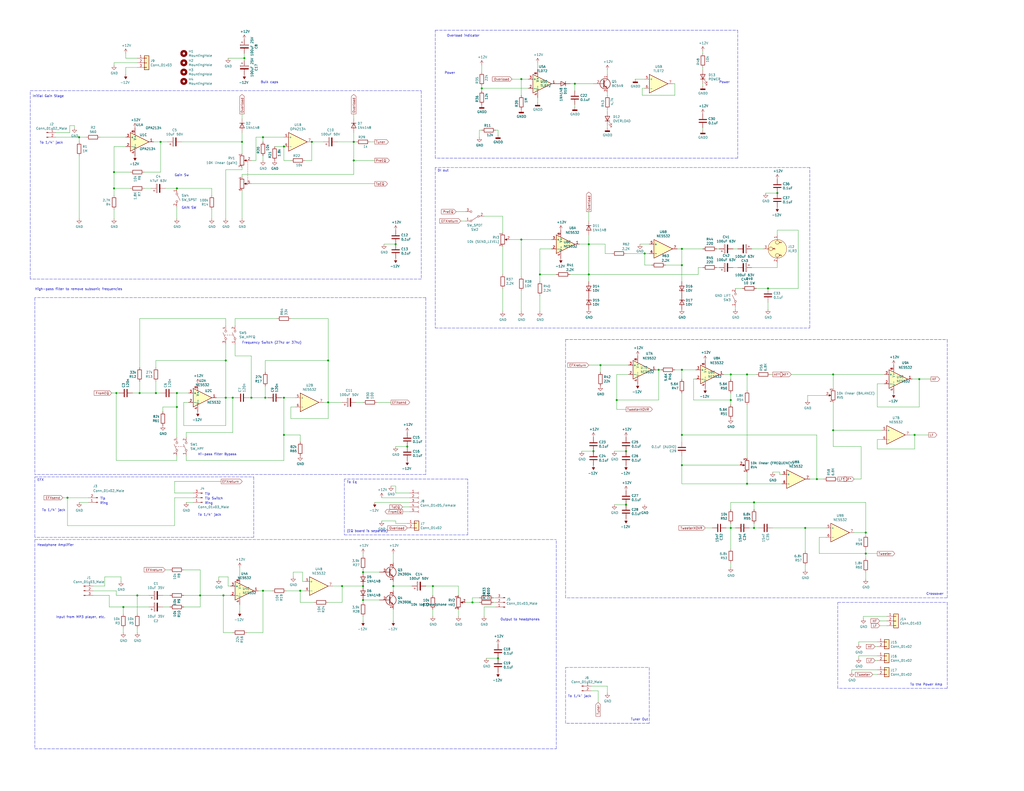
<source format=kicad_sch>
(kicad_sch (version 20200602) (host eeschema "(5.99.0-1918-g94cd0cf3a)")
  (page 1 1)
  (paper "C")
  (junction (at 36.83 271.78))
  (junction (at 43.18 74.93))
  (junction (at 62.23 93.98))
  (junction (at 62.23 102.87))
  (junction (at 63.5 214.63))
  (junction (at 67.31 331.47))
  (junction (at 74.93 325.12))
  (junction (at 76.2 214.63))
  (junction (at 85.09 214.63))
  (junction (at 87.63 77.47))
  (junction (at 96.52 102.87))
  (junction (at 96.52 214.63))
  (junction (at 96.52 222.25))
  (junction (at 109.22 325.12))
  (junction (at 121.92 325.12))
  (junction (at 123.19 196.85))
  (junction (at 123.19 217.17))
  (junction (at 127 217.17))
  (junction (at 132.08 77.47))
  (junction (at 133.35 31.75))
  (junction (at 137.16 217.17))
  (junction (at 143.51 74.93))
  (junction (at 143.51 322.58))
  (junction (at 144.78 217.17))
  (junction (at 154.94 80.01))
  (junction (at 154.94 217.17))
  (junction (at 154.94 237.49))
  (junction (at 163.83 322.58))
  (junction (at 170.18 77.47))
  (junction (at 179.07 196.85))
  (junction (at 179.07 219.71))
  (junction (at 186.69 320.04))
  (junction (at 193.04 77.47))
  (junction (at 193.04 87.63))
  (junction (at 198.12 312.42))
  (junction (at 198.12 320.04))
  (junction (at 198.12 327.66))
  (junction (at 214.63 320.04))
  (junction (at 215.9 133.35))
  (junction (at 222.25 243.84))
  (junction (at 236.22 320.04))
  (junction (at 257.81 328.93))
  (junction (at 262.89 48.26))
  (junction (at 271.78 359.41))
  (junction (at 284.48 43.18))
  (junction (at 284.48 130.81))
  (junction (at 294.64 149.86))
  (junction (at 313.69 45.72))
  (junction (at 321.31 133.35))
  (junction (at 321.31 149.86))
  (junction (at 323.85 246.38))
  (junction (at 327.66 199.39))
  (junction (at 336.55 218.44))
  (junction (at 341.63 246.38))
  (junction (at 341.63 275.59))
  (junction (at 351.79 138.43))
  (junction (at 359.41 201.93))
  (junction (at 372.11 135.89))
  (junction (at 372.11 144.78))
  (junction (at 372.11 201.93))
  (junction (at 372.11 237.49))
  (junction (at 372.11 254))
  (junction (at 398.78 204.47))
  (junction (at 398.78 218.44))
  (junction (at 398.78 288.29))
  (junction (at 407.67 204.47))
  (junction (at 407.67 264.16))
  (junction (at 411.48 274.32))
  (junction (at 411.48 288.29))
  (junction (at 419.1 157.48))
  (junction (at 424.18 105.41))
  (junction (at 439.42 288.29))
  (junction (at 445.77 261.62))
  (junction (at 454.66 204.47))
  (junction (at 454.66 234.95))
  (junction (at 472.44 290.83))
  (junction (at 472.44 302.26))
  (junction (at 499.11 237.49))
  (junction (at 501.65 207.01))
  (wire (pts (xy 30.48 72.39) (xy 38.1 72.39)))
  (wire (pts (xy 30.48 74.93) (xy 43.18 74.93)))
  (wire (pts (xy 34.29 271.78) (xy 36.83 271.78)))
  (wire (pts (xy 36.83 271.78) (xy 48.26 271.78)))
  (wire (pts (xy 36.83 287.02) (xy 36.83 271.78)))
  (wire (pts (xy 38.1 68.58) (xy 40.64 68.58)))
  (wire (pts (xy 38.1 72.39) (xy 38.1 68.58)))
  (wire (pts (xy 40.64 68.58) (xy 40.64 69.85)))
  (wire (pts (xy 43.18 77.47) (xy 43.18 74.93)))
  (wire (pts (xy 43.18 85.09) (xy 43.18 119.38)))
  (wire (pts (xy 46.99 74.93) (xy 43.18 74.93)))
  (wire (pts (xy 48.26 274.32) (xy 43.18 274.32)))
  (wire (pts (xy 50.8 320.04) (xy 57.15 320.04)))
  (wire (pts (xy 50.8 322.58) (xy 63.5 322.58)))
  (wire (pts (xy 50.8 325.12) (xy 59.69 325.12)))
  (wire (pts (xy 54.61 74.93) (xy 68.58 74.93)))
  (wire (pts (xy 57.15 314.96) (xy 66.04 314.96)))
  (wire (pts (xy 57.15 320.04) (xy 57.15 314.96)))
  (wire (pts (xy 59.69 325.12) (xy 59.69 331.47)))
  (wire (pts (xy 59.69 331.47) (xy 67.31 331.47)))
  (wire (pts (xy 60.96 214.63) (xy 63.5 214.63)))
  (wire (pts (xy 62.23 34.29) (xy 62.23 35.56)))
  (wire (pts (xy 62.23 80.01) (xy 62.23 93.98)))
  (wire (pts (xy 62.23 93.98) (xy 71.12 93.98)))
  (wire (pts (xy 62.23 102.87) (xy 62.23 93.98)))
  (wire (pts (xy 62.23 106.68) (xy 62.23 102.87)))
  (wire (pts (xy 62.23 114.3) (xy 62.23 119.38)))
  (wire (pts (xy 63.5 214.63) (xy 63.5 251.46)))
  (wire (pts (xy 63.5 214.63) (xy 64.77 214.63)))
  (wire (pts (xy 63.5 251.46) (xy 96.52 251.46)))
  (wire (pts (xy 63.5 322.58) (xy 63.5 325.12)))
  (wire (pts (xy 66.04 314.96) (xy 66.04 317.5)))
  (wire (pts (xy 67.31 331.47) (xy 81.28 331.47)))
  (wire (pts (xy 67.31 335.28) (xy 67.31 331.47)))
  (wire (pts (xy 67.31 342.9) (xy 67.31 345.44)))
  (wire (pts (xy 68.58 31.75) (xy 68.58 29.21)))
  (wire (pts (xy 68.58 36.83) (xy 68.58 40.64)))
  (wire (pts (xy 68.58 80.01) (xy 62.23 80.01)))
  (wire (pts (xy 71.12 102.87) (xy 62.23 102.87)))
  (wire (pts (xy 72.39 214.63) (xy 76.2 214.63)))
  (wire (pts (xy 74.93 31.75) (xy 68.58 31.75)))
  (wire (pts (xy 74.93 34.29) (xy 62.23 34.29)))
  (wire (pts (xy 74.93 36.83) (xy 68.58 36.83)))
  (wire (pts (xy 74.93 325.12) (xy 63.5 325.12)))
  (wire (pts (xy 74.93 325.12) (xy 74.93 335.28)))
  (wire (pts (xy 74.93 345.44) (xy 74.93 342.9)))
  (wire (pts (xy 76.2 173.99) (xy 76.2 200.66)))
  (wire (pts (xy 76.2 208.28) (xy 76.2 214.63)))
  (wire (pts (xy 76.2 214.63) (xy 85.09 214.63)))
  (wire (pts (xy 81.28 325.12) (xy 74.93 325.12)))
  (wire (pts (xy 82.55 102.87) (xy 78.74 102.87)))
  (wire (pts (xy 83.82 77.47) (xy 87.63 77.47)))
  (wire (pts (xy 85.09 196.85) (xy 123.19 196.85)))
  (wire (pts (xy 85.09 200.66) (xy 85.09 196.85)))
  (wire (pts (xy 85.09 208.28) (xy 85.09 214.63)))
  (wire (pts (xy 85.09 214.63) (xy 87.63 214.63)))
  (wire (pts (xy 87.63 77.47) (xy 87.63 93.98)))
  (wire (pts (xy 87.63 77.47) (xy 91.44 77.47)))
  (wire (pts (xy 87.63 93.98) (xy 78.74 93.98)))
  (wire (pts (xy 88.9 222.25) (xy 96.52 222.25)))
  (wire (pts (xy 88.9 224.79) (xy 88.9 222.25)))
  (wire (pts (xy 88.9 325.12) (xy 92.71 325.12)))
  (wire (pts (xy 90.17 311.15) (xy 92.71 311.15)))
  (wire (pts (xy 92.71 331.47) (xy 88.9 331.47)))
  (wire (pts (xy 95.25 214.63) (xy 96.52 214.63)))
  (wire (pts (xy 95.25 262.89) (xy 120.65 262.89)))
  (wire (pts (xy 95.25 269.24) (xy 95.25 262.89)))
  (wire (pts (xy 95.25 271.78) (xy 95.25 287.02)))
  (wire (pts (xy 95.25 287.02) (xy 36.83 287.02)))
  (wire (pts (xy 96.52 102.87) (xy 90.17 102.87)))
  (wire (pts (xy 96.52 102.87) (xy 115.57 102.87)))
  (wire (pts (xy 96.52 113.03) (xy 96.52 119.38)))
  (wire (pts (xy 96.52 214.63) (xy 96.52 222.25)))
  (wire (pts (xy 96.52 214.63) (xy 102.87 214.63)))
  (wire (pts (xy 96.52 222.25) (xy 96.52 238.76)))
  (wire (pts (xy 96.52 248.92) (xy 96.52 251.46)))
  (wire (pts (xy 99.06 77.47) (xy 132.08 77.47)))
  (wire (pts (xy 100.33 219.71) (xy 100.33 232.41)))
  (wire (pts (xy 100.33 232.41) (xy 123.19 232.41)))
  (wire (pts (xy 100.33 311.15) (xy 109.22 311.15)))
  (wire (pts (xy 100.33 325.12) (xy 109.22 325.12)))
  (wire (pts (xy 100.33 331.47) (xy 109.22 331.47)))
  (wire (pts (xy 101.6 236.22) (xy 127 236.22)))
  (wire (pts (xy 101.6 238.76) (xy 101.6 236.22)))
  (wire (pts (xy 101.6 251.46) (xy 101.6 248.92)))
  (wire (pts (xy 101.6 251.46) (xy 154.94 251.46)))
  (wire (pts (xy 102.87 219.71) (xy 100.33 219.71)))
  (wire (pts (xy 105.41 269.24) (xy 95.25 269.24)))
  (wire (pts (xy 105.41 271.78) (xy 95.25 271.78)))
  (wire (pts (xy 105.41 274.32) (xy 101.6 274.32)))
  (wire (pts (xy 109.22 311.15) (xy 109.22 325.12)))
  (wire (pts (xy 109.22 325.12) (xy 121.92 325.12)))
  (wire (pts (xy 109.22 331.47) (xy 109.22 325.12)))
  (wire (pts (xy 115.57 106.68) (xy 115.57 102.87)))
  (wire (pts (xy 115.57 114.3) (xy 115.57 119.38)))
  (wire (pts (xy 118.11 217.17) (xy 123.19 217.17)))
  (wire (pts (xy 119.38 314.96) (xy 124.46 314.96)))
  (wire (pts (xy 119.38 316.23) (xy 119.38 314.96)))
  (wire (pts (xy 121.92 325.12) (xy 125.73 325.12)))
  (wire (pts (xy 121.92 345.44) (xy 121.92 325.12)))
  (wire (pts (xy 123.19 92.71) (xy 123.19 119.38)))
  (wire (pts (xy 123.19 173.99) (xy 76.2 173.99)))
  (wire (pts (xy 123.19 177.8) (xy 123.19 173.99)))
  (wire (pts (xy 123.19 187.96) (xy 123.19 196.85)))
  (wire (pts (xy 123.19 196.85) (xy 123.19 217.17)))
  (wire (pts (xy 123.19 217.17) (xy 127 217.17)))
  (wire (pts (xy 123.19 232.41) (xy 123.19 217.17)))
  (wire (pts (xy 124.46 31.75) (xy 133.35 31.75)))
  (wire (pts (xy 124.46 314.96) (xy 124.46 320.04)))
  (wire (pts (xy 124.46 320.04) (xy 125.73 320.04)))
  (wire (pts (xy 127 217.17) (xy 128.27 217.17)))
  (wire (pts (xy 127 236.22) (xy 127 217.17)))
  (wire (pts (xy 127 345.44) (xy 121.92 345.44)))
  (wire (pts (xy 128.27 173.99) (xy 151.13 173.99)))
  (wire (pts (xy 128.27 177.8) (xy 128.27 173.99)))
  (wire (pts (xy 128.27 194.31) (xy 128.27 187.96)))
  (wire (pts (xy 130.81 309.88) (xy 130.81 314.96)))
  (wire (pts (xy 130.81 330.2) (xy 130.81 334.01)))
  (wire (pts (xy 132.08 64.77) (xy 132.08 62.23)))
  (wire (pts (xy 132.08 72.39) (xy 132.08 77.47)))
  (wire (pts (xy 132.08 77.47) (xy 132.08 83.82)))
  (wire (pts (xy 132.08 91.44) (xy 132.08 92.71)))
  (wire (pts (xy 132.08 92.71) (xy 123.19 92.71)))
  (wire (pts (xy 132.08 95.25) (xy 193.04 95.25)))
  (wire (pts (xy 132.08 96.52) (xy 132.08 95.25)))
  (wire (pts (xy 132.08 104.14) (xy 132.08 119.38)))
  (wire (pts (xy 133.35 31.75) (xy 133.35 29.21)))
  (wire (pts (xy 133.35 31.75) (xy 133.35 33.02)))
  (wire (pts (xy 134.62 345.44) (xy 143.51 345.44)))
  (wire (pts (xy 135.89 217.17) (xy 137.16 217.17)))
  (wire (pts (xy 137.16 100.33) (xy 204.47 100.33)))
  (wire (pts (xy 137.16 194.31) (xy 128.27 194.31)))
  (wire (pts (xy 137.16 217.17) (xy 137.16 194.31)))
  (wire (pts (xy 137.16 217.17) (xy 144.78 217.17)))
  (wire (pts (xy 139.7 74.93) (xy 139.7 87.63)))
  (wire (pts (xy 139.7 74.93) (xy 143.51 74.93)))
  (wire (pts (xy 139.7 87.63) (xy 137.16 87.63)))
  (wire (pts (xy 140.97 322.58) (xy 143.51 322.58)))
  (wire (pts (xy 143.51 74.93) (xy 154.94 74.93)))
  (wire (pts (xy 143.51 77.47) (xy 143.51 74.93)))
  (wire (pts (xy 143.51 85.09) (xy 143.51 87.63)))
  (wire (pts (xy 143.51 322.58) (xy 148.59 322.58)))
  (wire (pts (xy 143.51 345.44) (xy 143.51 322.58)))
  (wire (pts (xy 144.78 196.85) (xy 179.07 196.85)))
  (wire (pts (xy 144.78 203.2) (xy 144.78 196.85)))
  (wire (pts (xy 144.78 210.82) (xy 144.78 217.17)))
  (wire (pts (xy 144.78 217.17) (xy 146.05 217.17)))
  (wire (pts (xy 149.86 80.01) (xy 154.94 80.01)))
  (wire (pts (xy 153.67 217.17) (xy 154.94 217.17)))
  (wire (pts (xy 154.94 87.63) (xy 154.94 80.01)))
  (wire (pts (xy 154.94 87.63) (xy 158.75 87.63)))
  (wire (pts (xy 154.94 217.17) (xy 154.94 237.49)))
  (wire (pts (xy 154.94 217.17) (xy 161.29 217.17)))
  (wire (pts (xy 154.94 237.49) (xy 154.94 251.46)))
  (wire (pts (xy 156.21 322.58) (xy 163.83 322.58)))
  (wire (pts (xy 158.75 173.99) (xy 179.07 173.99)))
  (wire (pts (xy 158.75 222.25) (xy 158.75 228.6)))
  (wire (pts (xy 158.75 228.6) (xy 179.07 228.6)))
  (wire (pts (xy 160.02 312.42) (xy 160.02 314.96)))
  (wire (pts (xy 161.29 222.25) (xy 158.75 222.25)))
  (wire (pts (xy 163.83 237.49) (xy 154.94 237.49)))
  (wire (pts (xy 163.83 241.3) (xy 163.83 237.49)))
  (wire (pts (xy 163.83 322.58) (xy 166.37 322.58)))
  (wire (pts (xy 163.83 328.93) (xy 163.83 322.58)))
  (wire (pts (xy 165.1 312.42) (xy 160.02 312.42)))
  (wire (pts (xy 165.1 317.5) (xy 165.1 312.42)))
  (wire (pts (xy 166.37 87.63) (xy 170.18 87.63)))
  (wire (pts (xy 166.37 317.5) (xy 165.1 317.5)))
  (wire (pts (xy 170.18 87.63) (xy 170.18 77.47)))
  (wire (pts (xy 171.45 328.93) (xy 163.83 328.93)))
  (wire (pts (xy 176.53 77.47) (xy 170.18 77.47)))
  (wire (pts (xy 179.07 173.99) (xy 179.07 196.85)))
  (wire (pts (xy 179.07 196.85) (xy 179.07 219.71)))
  (wire (pts (xy 179.07 219.71) (xy 176.53 219.71)))
  (wire (pts (xy 179.07 219.71) (xy 186.69 219.71)))
  (wire (pts (xy 179.07 228.6) (xy 179.07 219.71)))
  (wire (pts (xy 179.07 328.93) (xy 186.69 328.93)))
  (wire (pts (xy 181.61 320.04) (xy 186.69 320.04)))
  (wire (pts (xy 184.15 77.47) (xy 193.04 77.47)))
  (wire (pts (xy 186.69 320.04) (xy 186.69 328.93)))
  (wire (pts (xy 186.69 320.04) (xy 198.12 320.04)))
  (wire (pts (xy 193.04 64.77) (xy 193.04 62.23)))
  (wire (pts (xy 193.04 72.39) (xy 193.04 77.47)))
  (wire (pts (xy 193.04 77.47) (xy 194.31 77.47)))
  (wire (pts (xy 193.04 87.63) (xy 193.04 77.47)))
  (wire (pts (xy 193.04 95.25) (xy 193.04 87.63)))
  (wire (pts (xy 194.31 219.71) (xy 198.12 219.71)))
  (wire (pts (xy 198.12 303.53) (xy 198.12 302.26)))
  (wire (pts (xy 198.12 311.15) (xy 198.12 312.42)))
  (wire (pts (xy 198.12 312.42) (xy 207.01 312.42)))
  (wire (pts (xy 198.12 327.66) (xy 198.12 328.93)))
  (wire (pts (xy 198.12 336.55) (xy 198.12 339.09)))
  (wire (pts (xy 201.93 77.47) (xy 204.47 77.47)))
  (wire (pts (xy 204.47 87.63) (xy 193.04 87.63)))
  (wire (pts (xy 207.01 327.66) (xy 198.12 327.66)))
  (wire (pts (xy 208.28 271.78) (xy 223.52 271.78)))
  (wire (pts (xy 209.55 133.35) (xy 215.9 133.35)))
  (wire (pts (xy 213.36 219.71) (xy 205.74 219.71)))
  (wire (pts (xy 213.36 265.43) (xy 215.9 265.43)))
  (wire (pts (xy 214.63 307.34) (xy 214.63 302.26)))
  (wire (pts (xy 214.63 317.5) (xy 214.63 320.04)))
  (wire (pts (xy 214.63 320.04) (xy 214.63 322.58)))
  (wire (pts (xy 214.63 339.09) (xy 214.63 332.74)))
  (wire (pts (xy 215.9 134.62) (xy 215.9 133.35)))
  (wire (pts (xy 215.9 243.84) (xy 222.25 243.84)))
  (wire (pts (xy 215.9 265.43) (xy 215.9 269.24)))
  (wire (pts (xy 215.9 284.48) (xy 208.28 284.48)))
  (wire (pts (xy 215.9 285.75) (xy 215.9 284.48)))
  (wire (pts (xy 219.71 276.86) (xy 223.52 276.86)))
  (wire (pts (xy 222.25 245.11) (xy 222.25 243.84)))
  (wire (pts (xy 222.25 285.75) (xy 215.9 285.75)))
  (wire (pts (xy 223.52 269.24) (xy 215.9 269.24)))
  (wire (pts (xy 223.52 274.32) (xy 204.47 274.32)))
  (wire (pts (xy 223.52 279.4) (xy 219.71 279.4)))
  (wire (pts (xy 224.79 320.04) (xy 214.63 320.04)))
  (wire (pts (xy 232.41 320.04) (xy 236.22 320.04)))
  (wire (pts (xy 236.22 320.04) (xy 250.19 320.04)))
  (wire (pts (xy 236.22 325.12) (xy 236.22 320.04)))
  (wire (pts (xy 236.22 336.55) (xy 236.22 332.74)))
  (wire (pts (xy 248.92 115.57) (xy 254 115.57)))
  (wire (pts (xy 250.19 325.12) (xy 250.19 320.04)))
  (wire (pts (xy 250.19 336.55) (xy 250.19 332.74)))
  (wire (pts (xy 254 120.65) (xy 251.46 120.65)))
  (wire (pts (xy 254 328.93) (xy 257.81 328.93)))
  (wire (pts (xy 257.81 326.39) (xy 257.81 328.93)))
  (wire (pts (xy 257.81 328.93) (xy 261.62 328.93)))
  (wire (pts (xy 261.62 71.12) (xy 262.89 71.12)))
  (wire (pts (xy 261.62 74.93) (xy 261.62 71.12)))
  (wire (pts (xy 261.62 326.39) (xy 257.81 326.39)))
  (wire (pts (xy 262.89 35.56) (xy 262.89 39.37)))
  (wire (pts (xy 262.89 46.99) (xy 262.89 48.26)))
  (wire (pts (xy 262.89 48.26) (xy 262.89 49.53)))
  (wire (pts (xy 262.89 48.26) (xy 288.29 48.26)))
  (wire (pts (xy 264.16 118.11) (xy 274.32 118.11)))
  (wire (pts (xy 264.16 331.47) (xy 264.16 336.55)))
  (wire (pts (xy 265.43 359.41) (xy 271.78 359.41)))
  (wire (pts (xy 269.24 326.39) (xy 270.51 326.39)))
  (wire (pts (xy 269.24 328.93) (xy 270.51 328.93)))
  (wire (pts (xy 270.51 71.12) (xy 271.78 71.12)))
  (wire (pts (xy 270.51 331.47) (xy 264.16 331.47)))
  (wire (pts (xy 271.78 71.12) (xy 271.78 73.66)))
  (wire (pts (xy 271.78 360.68) (xy 271.78 359.41)))
  (wire (pts (xy 274.32 118.11) (xy 274.32 127)))
  (wire (pts (xy 274.32 149.86) (xy 274.32 134.62)))
  (wire (pts (xy 274.32 170.18) (xy 274.32 157.48)))
  (wire (pts (xy 278.13 130.81) (xy 284.48 130.81)))
  (wire (pts (xy 279.4 43.18) (xy 284.48 43.18)))
  (wire (pts (xy 284.48 43.18) (xy 288.29 43.18)))
  (wire (pts (xy 284.48 52.07) (xy 284.48 43.18)))
  (wire (pts (xy 284.48 130.81) (xy 284.48 151.13)))
  (wire (pts (xy 284.48 170.18) (xy 284.48 158.75)))
  (wire (pts (xy 293.37 38.1) (xy 293.37 34.29)))
  (wire (pts (xy 293.37 53.34) (xy 293.37 55.88)))
  (wire (pts (xy 294.64 135.89) (xy 294.64 149.86)))
  (wire (pts (xy 294.64 149.86) (xy 303.53 149.86)))
  (wire (pts (xy 294.64 153.67) (xy 294.64 149.86)))
  (wire (pts (xy 294.64 170.18) (xy 294.64 161.29)))
  (wire (pts (xy 300.99 130.81) (xy 284.48 130.81)))
  (wire (pts (xy 300.99 135.89) (xy 294.64 135.89)))
  (wire (pts (xy 311.15 45.72) (xy 313.69 45.72)))
  (wire (pts (xy 311.15 149.86) (xy 321.31 149.86)))
  (wire (pts (xy 313.69 45.72) (xy 313.69 49.53)))
  (wire (pts (xy 313.69 58.42) (xy 313.69 57.15)))
  (wire (pts (xy 316.23 133.35) (xy 321.31 133.35)))
  (wire (pts (xy 317.5 246.38) (xy 323.85 246.38)))
  (wire (pts (xy 321.31 120.65) (xy 321.31 115.57)))
  (wire (pts (xy 321.31 128.27) (xy 321.31 133.35)))
  (wire (pts (xy 321.31 133.35) (xy 330.2 133.35)))
  (wire (pts (xy 321.31 149.86) (xy 321.31 133.35)))
  (wire (pts (xy 321.31 149.86) (xy 381 149.86)))
  (wire (pts (xy 321.31 153.67) (xy 321.31 149.86)))
  (wire (pts (xy 321.31 199.39) (xy 327.66 199.39)))
  (wire (pts (xy 322.58 374.65) (xy 331.47 374.65)))
  (wire (pts (xy 322.58 377.19) (xy 326.39 377.19)))
  (wire (pts (xy 323.85 45.72) (xy 313.69 45.72)))
  (wire (pts (xy 323.85 247.65) (xy 323.85 246.38)))
  (wire (pts (xy 326.39 377.19) (xy 326.39 383.54)))
  (wire (pts (xy 327.66 199.39) (xy 342.9 199.39)))
  (wire (pts (xy 327.66 203.2) (xy 327.66 199.39)))
  (wire (pts (xy 330.2 133.35) (xy 330.2 138.43)))
  (wire (pts (xy 330.2 138.43) (xy 334.01 138.43)))
  (wire (pts (xy 331.47 40.64) (xy 331.47 38.1)))
  (wire (pts (xy 331.47 50.8) (xy 331.47 52.07)))
  (wire (pts (xy 331.47 59.69) (xy 331.47 60.96)))
  (wire (pts (xy 331.47 68.58) (xy 331.47 69.85)))
  (wire (pts (xy 331.47 374.65) (xy 331.47 378.46)))
  (wire (pts (xy 335.28 246.38) (xy 341.63 246.38)))
  (wire (pts (xy 335.28 275.59) (xy 341.63 275.59)))
  (wire (pts (xy 336.55 204.47) (xy 336.55 218.44)))
  (wire (pts (xy 336.55 218.44) (xy 336.55 223.52)))
  (wire (pts (xy 336.55 218.44) (xy 359.41 218.44)))
  (wire (pts (xy 336.55 223.52) (xy 341.63 223.52)))
  (wire (pts (xy 341.63 247.65) (xy 341.63 246.38)))
  (wire (pts (xy 341.63 276.86) (xy 341.63 275.59)))
  (wire (pts (xy 342.9 204.47) (xy 336.55 204.47)))
  (wire (pts (xy 349.25 133.35) (xy 354.33 133.35)))
  (wire (pts (xy 350.52 48.26) (xy 351.79 48.26)))
  (wire (pts (xy 350.52 52.07) (xy 350.52 48.26)))
  (wire (pts (xy 351.79 43.18) (xy 346.71 43.18)))
  (wire (pts (xy 351.79 138.43) (xy 341.63 138.43)))
  (wire (pts (xy 351.79 144.78) (xy 351.79 138.43)))
  (wire (pts (xy 354.33 138.43) (xy 351.79 138.43)))
  (wire (pts (xy 355.6 144.78) (xy 351.79 144.78)))
  (wire (pts (xy 358.14 201.93) (xy 359.41 201.93)))
  (wire (pts (xy 359.41 201.93) (xy 360.68 201.93)))
  (wire (pts (xy 359.41 218.44) (xy 359.41 201.93)))
  (wire (pts (xy 363.22 144.78) (xy 372.11 144.78)))
  (wire (pts (xy 367.03 45.72) (xy 368.3 45.72)))
  (wire (pts (xy 368.3 45.72) (xy 368.3 52.07)))
  (wire (pts (xy 368.3 52.07) (xy 350.52 52.07)))
  (wire (pts (xy 369.57 135.89) (xy 372.11 135.89)))
  (wire (pts (xy 372.11 135.89) (xy 383.54 135.89)))
  (wire (pts (xy 372.11 144.78) (xy 372.11 135.89)))
  (wire (pts (xy 372.11 153.67) (xy 372.11 144.78)))
  (wire (pts (xy 372.11 201.93) (xy 368.3 201.93)))
  (wire (pts (xy 372.11 207.01) (xy 372.11 201.93)))
  (wire (pts (xy 372.11 237.49) (xy 372.11 214.63)))
  (wire (pts (xy 372.11 237.49) (xy 445.77 237.49)))
  (wire (pts (xy 372.11 241.3) (xy 372.11 237.49)))
  (wire (pts (xy 372.11 254) (xy 372.11 248.92)))
  (wire (pts (xy 372.11 264.16) (xy 372.11 254)))
  (wire (pts (xy 378.46 207.01) (xy 378.46 218.44)))
  (wire (pts (xy 378.46 218.44) (xy 398.78 218.44)))
  (wire (pts (xy 379.73 201.93) (xy 372.11 201.93)))
  (wire (pts (xy 379.73 207.01) (xy 378.46 207.01)))
  (wire (pts (xy 381 146.05) (xy 383.54 146.05)))
  (wire (pts (xy 381 149.86) (xy 381 146.05)))
  (wire (pts (xy 383.54 29.21) (xy 383.54 27.94)))
  (wire (pts (xy 383.54 36.83) (xy 383.54 38.1)))
  (wire (pts (xy 383.54 46.99) (xy 383.54 45.72)))
  (wire (pts (xy 383.54 69.85) (xy 383.54 71.12)))
  (wire (pts (xy 388.62 288.29) (xy 384.81 288.29)))
  (wire (pts (xy 391.16 135.89) (xy 392.43 135.89)))
  (wire (pts (xy 391.16 146.05) (xy 392.43 146.05)))
  (wire (pts (xy 394.97 204.47) (xy 398.78 204.47)))
  (wire (pts (xy 396.24 288.29) (xy 398.78 288.29)))
  (wire (pts (xy 398.78 204.47) (xy 398.78 207.01)))
  (wire (pts (xy 398.78 204.47) (xy 407.67 204.47)))
  (wire (pts (xy 398.78 218.44) (xy 398.78 214.63)))
  (wire (pts (xy 398.78 220.98) (xy 398.78 218.44)))
  (wire (pts (xy 398.78 274.32) (xy 411.48 274.32)))
  (wire (pts (xy 398.78 278.13) (xy 398.78 274.32)))
  (wire (pts (xy 398.78 285.75) (xy 398.78 288.29)))
  (wire (pts (xy 398.78 288.29) (xy 401.32 288.29)))
  (wire (pts (xy 398.78 299.72) (xy 398.78 288.29)))
  (wire (pts (xy 398.78 309.88) (xy 398.78 307.34)))
  (wire (pts (xy 400.05 146.05) (xy 402.59 146.05)))
  (wire (pts (xy 401.32 168.91) (xy 401.32 167.64)))
  (wire (pts (xy 402.59 135.89) (xy 400.05 135.89)))
  (wire (pts (xy 403.86 254) (xy 372.11 254)))
  (wire (pts (xy 405.13 157.48) (xy 401.32 157.48)))
  (wire (pts (xy 407.67 204.47) (xy 412.75 204.47)))
  (wire (pts (xy 407.67 213.36) (xy 407.67 204.47)))
  (wire (pts (xy 407.67 220.98) (xy 407.67 250.19)))
  (wire (pts (xy 407.67 257.81) (xy 407.67 264.16)))
  (wire (pts (xy 407.67 264.16) (xy 372.11 264.16)))
  (wire (pts (xy 408.94 288.29) (xy 411.48 288.29)))
  (wire (pts (xy 410.21 135.89) (xy 416.56 135.89)))
  (wire (pts (xy 410.21 146.05) (xy 424.18 146.05)))
  (wire (pts (xy 411.48 274.32) (xy 472.44 274.32)))
  (wire (pts (xy 411.48 278.13) (xy 411.48 274.32)))
  (wire (pts (xy 411.48 285.75) (xy 411.48 288.29)))
  (wire (pts (xy 411.48 288.29) (xy 414.02 288.29)))
  (wire (pts (xy 412.75 157.48) (xy 419.1 157.48)))
  (wire (pts (xy 417.83 105.41) (xy 424.18 105.41)))
  (wire (pts (xy 419.1 157.48) (xy 435.61 157.48)))
  (wire (pts (xy 419.1 168.91) (xy 419.1 165.1)))
  (wire (pts (xy 420.37 204.47) (xy 421.64 204.47)))
  (wire (pts (xy 421.64 257.81) (xy 425.45 257.81)))
  (wire (pts (xy 421.64 288.29) (xy 439.42 288.29)))
  (wire (pts (xy 424.18 106.68) (xy 424.18 105.41)))
  (wire (pts (xy 424.18 125.73) (xy 435.61 125.73)))
  (wire (pts (xy 424.18 128.27) (xy 424.18 125.73)))
  (wire (pts (xy 424.18 146.05) (xy 424.18 143.51)))
  (wire (pts (xy 425.45 257.81) (xy 425.45 259.08)))
  (wire (pts (xy 425.45 259.08) (xy 426.72 259.08)))
  (wire (pts (xy 426.72 264.16) (xy 407.67 264.16)))
  (wire (pts (xy 431.8 204.47) (xy 454.66 204.47)))
  (wire (pts (xy 435.61 125.73) (xy 435.61 157.48)))
  (wire (pts (xy 439.42 288.29) (xy 450.85 288.29)))
  (wire (pts (xy 439.42 300.99) (xy 439.42 288.29)))
  (wire (pts (xy 439.42 311.15) (xy 439.42 308.61)))
  (wire (pts (xy 440.69 215.9) (xy 440.69 218.44)))
  (wire (pts (xy 445.77 237.49) (xy 445.77 261.62)))
  (wire (pts (xy 445.77 261.62) (xy 441.96 261.62)))
  (wire (pts (xy 447.04 293.37) (xy 447.04 302.26)))
  (wire (pts (xy 447.04 302.26) (xy 472.44 302.26)))
  (wire (pts (xy 449.58 261.62) (xy 445.77 261.62)))
  (wire (pts (xy 450.85 215.9) (xy 440.69 215.9)))
  (wire (pts (xy 450.85 293.37) (xy 447.04 293.37)))
  (wire (pts (xy 454.66 204.47) (xy 454.66 212.09)))
  (wire (pts (xy 454.66 204.47) (xy 482.6 204.47)))
  (wire (pts (xy 454.66 219.71) (xy 454.66 234.95)))
  (wire (pts (xy 454.66 234.95) (xy 454.66 243.84)))
  (wire (pts (xy 454.66 234.95) (xy 481.33 234.95)))
  (wire (pts (xy 454.66 243.84) (xy 469.9 243.84)))
  (wire (pts (xy 464.82 365.76) (xy 464.82 367.03)))
  (wire (pts (xy 464.82 365.76) (xy 478.79 365.76)))
  (wire (pts (xy 466.09 290.83) (xy 472.44 290.83)))
  (wire (pts (xy 468.63 350.52) (xy 468.63 351.79)))
  (wire (pts (xy 468.63 350.52) (xy 478.79 350.52)))
  (wire (pts (xy 468.63 358.14) (xy 468.63 359.41)))
  (wire (pts (xy 469.9 243.84) (xy 469.9 261.62)))
  (wire (pts (xy 469.9 261.62) (xy 466.09 261.62)))
  (wire (pts (xy 471.17 336.55) (xy 471.17 337.82)))
  (wire (pts (xy 472.44 274.32) (xy 472.44 290.83)))
  (wire (pts (xy 472.44 292.1) (xy 472.44 290.83)))
  (wire (pts (xy 472.44 299.72) (xy 472.44 302.26)))
  (wire (pts (xy 472.44 302.26) (xy 472.44 304.8)))
  (wire (pts (xy 472.44 302.26) (xy 478.79 302.26)))
  (wire (pts (xy 472.44 316.23) (xy 472.44 312.42)))
  (wire (pts (xy 476.25 368.3) (xy 478.79 368.3)))
  (wire (pts (xy 477.52 353.06) (xy 478.79 353.06)))
  (wire (pts (xy 477.52 360.68) (xy 478.79 360.68)))
  (wire (pts (xy 478.79 209.55) (xy 478.79 222.25)))
  (wire (pts (xy 478.79 222.25) (xy 501.65 222.25)))
  (wire (pts (xy 478.79 240.03) (xy 478.79 245.11)))
  (wire (pts (xy 478.79 245.11) (xy 499.11 245.11)))
  (wire (pts (xy 478.79 358.14) (xy 468.63 358.14)))
  (wire (pts (xy 480.06 341.63) (xy 483.87 341.63)))
  (wire (pts (xy 481.33 240.03) (xy 478.79 240.03)))
  (wire (pts (xy 482.6 209.55) (xy 478.79 209.55)))
  (wire (pts (xy 483.87 336.55) (xy 471.17 336.55)))
  (wire (pts (xy 483.87 339.09) (xy 480.06 339.09)))
  (wire (pts (xy 496.57 237.49) (xy 499.11 237.49)))
  (wire (pts (xy 497.84 207.01) (xy 501.65 207.01)))
  (wire (pts (xy 499.11 237.49) (xy 506.73 237.49)))
  (wire (pts (xy 499.11 245.11) (xy 499.11 237.49)))
  (wire (pts (xy 501.65 207.01) (xy 508 207.01)))
  (wire (pts (xy 501.65 222.25) (xy 501.65 207.01)))
  (polyline (pts (xy 16.51 49.53) (xy 229.87 49.53)) (stroke (width 0) (type dash)))
  (polyline (pts (xy 16.51 152.4) (xy 16.51 49.53)) (stroke (width 0) (type dash)))
  (polyline (pts (xy 19.05 162.56) (xy 19.05 259.08)) (stroke (width 0) (type dash)))
  (polyline (pts (xy 19.05 260.35) (xy 138.43 260.35)) (stroke (width 0) (type dash)))
  (polyline (pts (xy 19.05 293.37) (xy 19.05 260.35)) (stroke (width 0) (type dash)))
  (polyline (pts (xy 19.05 294.64) (xy 19.05 408.94)) (stroke (width 0) (type dash)))
  (polyline (pts (xy 19.05 294.64) (xy 303.53 294.64)) (stroke (width 0) (type dash)))
  (polyline (pts (xy 19.05 408.94) (xy 303.53 408.94)) (stroke (width 0) (type dash)))
  (polyline (pts (xy 138.43 260.35) (xy 138.43 293.37)) (stroke (width 0) (type dash)))
  (polyline (pts (xy 138.43 293.37) (xy 19.05 293.37)) (stroke (width 0) (type dash)))
  (polyline (pts (xy 187.96 261.62) (xy 187.96 292.1)) (stroke (width 0) (type dash)))
  (polyline (pts (xy 187.96 292.1) (xy 255.27 292.1)) (stroke (width 0) (type dash)))
  (polyline (pts (xy 229.87 49.53) (xy 229.87 152.4)) (stroke (width 0) (type dash)))
  (polyline (pts (xy 229.87 152.4) (xy 16.51 152.4)) (stroke (width 0) (type dash)))
  (polyline (pts (xy 232.41 162.56) (xy 19.05 162.56)) (stroke (width 0) (type dash)))
  (polyline (pts (xy 232.41 162.56) (xy 232.41 259.08)) (stroke (width 0) (type dash)))
  (polyline (pts (xy 232.41 259.08) (xy 19.05 259.08)) (stroke (width 0) (type dash)))
  (polyline (pts (xy 237.49 16.51) (xy 402.59 16.51)) (stroke (width 0) (type dash)))
  (polyline (pts (xy 237.49 86.36) (xy 237.49 16.51)) (stroke (width 0) (type dash)))
  (polyline (pts (xy 237.49 91.44) (xy 237.49 179.07)) (stroke (width 0) (type dash)))
  (polyline (pts (xy 237.49 179.07) (xy 441.96 179.07)) (stroke (width 0) (type dash)))
  (polyline (pts (xy 255.27 261.62) (xy 187.96 261.62)) (stroke (width 0) (type dash)))
  (polyline (pts (xy 255.27 292.1) (xy 255.27 261.62)) (stroke (width 0) (type dash)))
  (polyline (pts (xy 303.53 408.94) (xy 303.53 294.64)) (stroke (width 0) (type dash)))
  (polyline (pts (xy 308.61 185.42) (xy 516.89 185.42)) (stroke (width 0) (type dash)))
  (polyline (pts (xy 308.61 326.39) (xy 308.61 185.42)) (stroke (width 0) (type dash)))
  (polyline (pts (xy 308.61 364.49) (xy 354.33 364.49)) (stroke (width 0) (type dash)))
  (polyline (pts (xy 308.61 394.97) (xy 308.61 364.49)) (stroke (width 0) (type dash)))
  (polyline (pts (xy 354.33 364.49) (xy 354.33 394.97)) (stroke (width 0) (type dash)))
  (polyline (pts (xy 354.33 394.97) (xy 308.61 394.97)) (stroke (width 0) (type dash)))
  (polyline (pts (xy 402.59 16.51) (xy 402.59 86.36)) (stroke (width 0) (type dash)))
  (polyline (pts (xy 402.59 86.36) (xy 237.49 86.36)) (stroke (width 0) (type dash)))
  (polyline (pts (xy 441.96 91.44) (xy 237.49 91.44)) (stroke (width 0) (type dash)))
  (polyline (pts (xy 441.96 179.07) (xy 441.96 91.44)) (stroke (width 0) (type dash)))
  (polyline (pts (xy 457.2 328.93) (xy 516.89 328.93)) (stroke (width 0) (type dash)))
  (polyline (pts (xy 457.2 375.92) (xy 457.2 328.93)) (stroke (width 0) (type dash)))
  (polyline (pts (xy 516.89 185.42) (xy 516.89 326.39)) (stroke (width 0) (type dash)))
  (polyline (pts (xy 516.89 326.39) (xy 308.61 326.39)) (stroke (width 0) (type dash)))
  (polyline (pts (xy 516.89 328.93) (xy 516.89 375.92)) (stroke (width 0) (type dash)))
  (polyline (pts (xy 516.89 375.92) (xy 457.2 375.92)) (stroke (width 0) (type dash)))
  (text "Initial Gain Stage" (at 17.78 53.34 0) (effects (font (size 1.27 1.27)) (justify left bottom)))
  (text "High-pass filter to remove subsonic frequencies" (at 19.05 158.75 0) (effects (font (size 1.27 1.27)) (justify left bottom)))
  (text "EFX" (at 20.32 262.89 0) (effects (font (size 1.27 1.27)) (justify left bottom)))
  (text "Headphone Amplifier" (at 20.32 298.45 0) (effects (font (size 1.27 1.27)) (justify left bottom)))
  (text "To 1/4\" jack" (at 21.59 78.74 0) (effects (font (size 1.27 1.27)) (justify left bottom)))
  (text "To 1/4\" jack" (at 22.86 279.4 0) (effects (font (size 1.27 1.27)) (justify left bottom)))
  (text "Input from MP3 player, etc." (at 30.48 337.82 0) (effects (font (size 1.27 1.27)) (justify left bottom)))
  (text "Tip" (at 54.61 273.05 0) (effects (font (size 1.27 1.27)) (justify left bottom)))
  (text "Ring" (at 54.61 275.59 0) (effects (font (size 1.27 1.27)) (justify left bottom)))
  (text "Gain Sw" (at 95.25 96.52 0) (effects (font (size 1.27 1.27)) (justify left bottom)))
  (text "GAIN SW" (at 99.06 114.3 0) (effects (font (size 1.27 1.27)) (justify left bottom)))
  (text "Hi-pass filter Bypass\n" (at 107.95 248.92 0) (effects (font (size 1.27 1.27)) (justify left bottom)))
  (text "To 1/4\" jack" (at 107.95 281.94 0) (effects (font (size 1.27 1.27)) (justify left bottom)))
  (text "Tip" (at 111.76 270.51 0) (effects (font (size 1.27 1.27)) (justify left bottom)))
  (text "Tip Switch" (at 111.76 273.05 0) (effects (font (size 1.27 1.27)) (justify left bottom)))
  (text "Ring" (at 111.76 275.59 0) (effects (font (size 1.27 1.27)) (justify left bottom)))
  (text "Frequency Switch (27hz or 37hz)" (at 132.08 187.96 0) (effects (font (size 1.27 1.27)) (justify left bottom)))
  (text "Bulk caps" (at 142.24 45.72 0) (effects (font (size 1.27 1.27)) (justify left bottom)))
  (text "To Eq" (at 189.23 264.16 0) (effects (font (size 1.27 1.27)) (justify left bottom)))
  (text "(EQ board is separate)" (at 189.23 290.83 0) (effects (font (size 1.27 1.27)) (justify left bottom)))
  (text "DI out" (at 238.76 93.98 0) (effects (font (size 1.27 1.27)) (justify left bottom)))
  (text "Power" (at 242.57 40.64 0) (effects (font (size 1.27 1.27)) (justify left bottom)))
  (text "Overload indicator" (at 243.84 20.32 0) (effects (font (size 1.27 1.27)) (justify left bottom)))
  (text "Output to headphones" (at 273.05 339.09 0) (effects (font (size 1.27 1.27)) (justify left bottom)))
  (text "To 1/4\" jack" (at 309.88 381 0) (effects (font (size 1.27 1.27)) (justify left bottom)))
  (text "Tuner Out" (at 344.17 393.7 0) (effects (font (size 1.27 1.27)) (justify left bottom)))
  (text "Power" (at 392.43 45.72 0) (effects (font (size 1.27 1.27)) (justify left bottom)))
  (text "To the Power Amp" (at 496.57 374.65 0) (effects (font (size 1.27 1.27)) (justify left bottom)))
  (text "Crossover" (at 505.46 325.12 0) (effects (font (size 1.27 1.27)) (justify left bottom)))
  (global_label "EFXsend" (shape input) (at 34.29 271.78 180))
  (global_label "FromEQ" (shape input) (at 60.96 214.63 180))
  (global_label "EFXreturn" (shape input) (at 90.17 311.15 180))
  (global_label "EFXreturn" (shape output) (at 120.65 262.89 0))
  (global_label "Overload" (shape output) (at 132.08 62.23 90))
  (global_label "Overload" (shape output) (at 193.04 62.23 90))
  (global_label "Tuner" (shape output) (at 204.47 77.47 0))
  (global_label "PreEQ" (shape output) (at 204.47 87.63 0))
  (global_label "ToEQ" (shape output) (at 204.47 100.33 0))
  (global_label "EFXsend" (shape output) (at 213.36 219.71 0))
  (global_label "ToEQ" (shape input) (at 219.71 276.86 180))
  (global_label "FromEQ" (shape output) (at 219.71 279.4 180))
  (global_label "Overload" (shape input) (at 222.25 288.29 180))
  (global_label "PreEQ" (shape input) (at 248.92 115.57 180))
  (global_label "EFXreturn" (shape input) (at 251.46 120.65 180))
  (global_label "Overload" (shape input) (at 279.4 43.18 180))
  (global_label "Overload" (shape output) (at 321.31 115.57 90))
  (global_label "EFXreturn" (shape input) (at 321.31 199.39 180))
  (global_label "Tuner" (shape input) (at 326.39 383.54 270))
  (global_label "TweeterXOVR" (shape output) (at 341.63 223.52 0))
  (global_label "TweeterXOVR" (shape input) (at 384.81 288.29 180))
  (global_label "HF*" (shape output) (at 421.64 204.47 0))
  (global_label "HF*" (shape input) (at 431.8 204.47 180))
  (global_label "LF*" (shape output) (at 457.2 261.62 0))
  (global_label "LF*" (shape input) (at 466.09 261.62 180))
  (global_label "Tweeter" (shape input) (at 476.25 368.3 180))
  (global_label "HF" (shape input) (at 477.52 353.06 180))
  (global_label "LF" (shape input) (at 477.52 360.68 180))
  (global_label "Tweeter" (shape output) (at 478.79 302.26 0))
  (global_label "HF" (shape input) (at 480.06 339.09 180))
  (global_label "LF" (shape input) (at 480.06 341.63 180))
  (global_label "LF" (shape output) (at 506.73 237.49 0))
  (global_label "HF" (shape output) (at 508 207.01 0))
  (symbol (lib_id "power:+12V") (at 68.58 29.21 0) (unit 1)
    (property "Reference" "#PWR010" (effects hide))
    (property "Value" "+12V" (at 68.961 24.8158 0))
  )
  (symbol (lib_id "power:-12V") (at 68.58 40.64 180) (unit 1)
    (property "Reference" "#PWR011" (effects hide))
    (property "Value" "-12V" (at 68.199 45.0342 0))
  )
  (symbol (lib_id "power:+12V") (at 73.66 69.85 0) (unit 1)
    (property "Reference" "#PWR0109" (effects hide))
    (property "Value" "+12V" (at 74.041 65.4558 0))
  )
  (symbol (lib_id "power:-12V") (at 73.66 85.09 180) (unit 1)
    (property "Reference" "#PWR0110" (effects hide))
    (property "Value" "-12V" (at 73.279 89.4842 0))
  )
  (symbol (lib_id "power:+12V") (at 107.95 209.55 0) (unit 1)
    (property "Reference" "#PWR0120" (effects hide))
    (property "Value" "+12V" (at 108.331 205.1558 0))
  )
  (symbol (lib_id "power:-12V") (at 107.95 224.79 180) (unit 1)
    (property "Reference" "#PWR0121" (effects hide))
    (property "Value" "-12V" (at 107.569 229.1842 0))
  )
  (symbol (lib_id "power:+12V") (at 130.81 309.88 0) (unit 1)
    (property "Reference" "#PWR0159" (effects hide))
    (property "Value" "+12V" (at 131.191 305.4858 0))
  )
  (symbol (lib_id "power:-12V") (at 130.81 334.01 180) (unit 1)
    (property "Reference" "#PWR0157" (effects hide))
    (property "Value" "-12V" (at 130.429 338.4042 0))
  )
  (symbol (lib_id "power:+12V") (at 133.35 21.59 0) (unit 1)
    (property "Reference" "#PWR0123" (effects hide))
    (property "Value" "+12V" (at 133.731 17.1958 0))
  )
  (symbol (lib_id "power:-12V") (at 133.35 40.64 180) (unit 1)
    (property "Reference" "#PWR0124" (effects hide))
    (property "Value" "-12V" (at 132.969 45.0342 0))
  )
  (symbol (lib_id "power:+12V") (at 198.12 302.26 0) (unit 1)
    (property "Reference" "#PWR0156" (effects hide))
    (property "Value" "+12V" (at 198.501 297.8658 0))
  )
  (symbol (lib_id "power:-12V") (at 198.12 339.09 180) (unit 1)
    (property "Reference" "#PWR0158" (effects hide))
    (property "Value" "-12V" (at 197.739 343.4842 0))
  )
  (symbol (lib_id "power:-12V") (at 204.47 274.32 180) (unit 1)
    (property "Reference" "#PWR0177" (effects hide))
    (property "Value" "-12V" (at 204.089 278.7142 0))
  )
  (symbol (lib_id "power:+12V") (at 208.28 271.78 0) (unit 1)
    (property "Reference" "#PWR0176" (effects hide))
    (property "Value" "+12V" (at 208.661 267.3858 0))
  )
  (symbol (lib_id "power:+12V") (at 214.63 302.26 0) (unit 1)
    (property "Reference" "#PWR0155" (effects hide))
    (property "Value" "+12V" (at 215.011 297.8658 0))
  )
  (symbol (lib_id "power:-12V") (at 214.63 339.09 180) (unit 1)
    (property "Reference" "#PWR0162" (effects hide))
    (property "Value" "-12V" (at 214.249 343.4842 0))
  )
  (symbol (lib_id "power:+12V") (at 215.9 125.73 0) (unit 1)
    (property "Reference" "#PWR0106" (effects hide))
    (property "Value" "+12V" (at 216.281 121.3358 0))
  )
  (symbol (lib_id "power:-12V") (at 215.9 140.97 180) (unit 1)
    (property "Reference" "#PWR0105" (effects hide))
    (property "Value" "-12V" (at 215.519 145.3642 0))
  )
  (symbol (lib_id "power:+12V") (at 222.25 236.22 0) (unit 1)
    (property "Reference" "#PWR0138" (effects hide))
    (property "Value" "+12V" (at 222.631 231.8258 0))
  )
  (symbol (lib_id "power:-12V") (at 222.25 251.46 180) (unit 1)
    (property "Reference" "#PWR0139" (effects hide))
    (property "Value" "-12V" (at 221.869 255.8542 0))
  )
  (symbol (lib_id "power:+12V") (at 262.89 35.56 0) (unit 1)
    (property "Reference" "#PWR0149" (effects hide))
    (property "Value" "+12V" (at 263.271 31.1658 0))
  )
  (symbol (lib_id "power:+12V") (at 271.78 351.79 0) (unit 1)
    (property "Reference" "#PWR0135" (effects hide))
    (property "Value" "+12V" (at 272.161 347.3958 0))
  )
  (symbol (lib_id "power:-12V") (at 271.78 367.03 180) (unit 1)
    (property "Reference" "#PWR0134" (effects hide))
    (property "Value" "-12V" (at 271.399 371.4242 0))
  )
  (symbol (lib_id "power:+12V") (at 293.37 34.29 0) (unit 1)
    (property "Reference" "#PWR0144" (effects hide))
    (property "Value" "+12V" (at 293.751 29.8958 0))
  )
  (symbol (lib_id "power:+12V") (at 306.07 125.73 0) (unit 1)
    (property "Reference" "#PWR0179" (effects hide))
    (property "Value" "+12V" (at 306.451 121.3358 0))
  )
  (symbol (lib_id "power:-12V") (at 306.07 140.97 180) (unit 1)
    (property "Reference" "#PWR0180" (effects hide))
    (property "Value" "-12V" (at 305.689 145.3642 0))
  )
  (symbol (lib_id "power:+12V") (at 323.85 238.76 0) (unit 1)
    (property "Reference" "#PWR0189" (effects hide))
    (property "Value" "+12V" (at 324.231 234.3658 0))
  )
  (symbol (lib_id "power:-12V") (at 323.85 254 180) (unit 1)
    (property "Reference" "#PWR0190" (effects hide))
    (property "Value" "-12V" (at 323.469 258.3942 0))
  )
  (symbol (lib_id "power:+12V") (at 331.47 38.1 0) (unit 1)
    (property "Reference" "#PWR0152" (effects hide))
    (property "Value" "+12V" (at 331.851 33.7058 0))
  )
  (symbol (lib_id "power:+12V") (at 341.63 238.76 0) (unit 1)
    (property "Reference" "#PWR0192" (effects hide))
    (property "Value" "+12V" (at 342.011 234.3658 0))
  )
  (symbol (lib_id "power:-12V") (at 341.63 254 180) (unit 1)
    (property "Reference" "#PWR0193" (effects hide))
    (property "Value" "-12V" (at 341.249 258.3942 0))
  )
  (symbol (lib_id "power:+12V") (at 341.63 267.97 0) (unit 1)
    (property "Reference" "#PWR0186" (effects hide))
    (property "Value" "+12V" (at 342.011 263.5758 0))
  )
  (symbol (lib_id "power:-12V") (at 341.63 283.21 180) (unit 1)
    (property "Reference" "#PWR0187" (effects hide))
    (property "Value" "-12V" (at 341.249 287.6042 0))
  )
  (symbol (lib_id "power:+12V") (at 347.98 194.31 0) (unit 1)
    (property "Reference" "#PWR0201" (effects hide))
    (property "Value" "+12V" (at 348.361 189.9158 0))
  )
  (symbol (lib_id "power:-12V") (at 347.98 209.55 180) (unit 1)
    (property "Reference" "#PWR0200" (effects hide))
    (property "Value" "-12V" (at 347.599 213.9442 0))
  )
  (symbol (lib_id "power:+12V") (at 383.54 27.94 0) (unit 1)
    (property "Reference" "#PWR0136" (effects hide))
    (property "Value" "+12V" (at 383.921 23.5458 0))
  )
  (symbol (lib_id "power:+12V") (at 383.54 62.23 0) (unit 1)
    (property "Reference" "#PWR0141" (effects hide))
    (property "Value" "+12V" (at 383.921 57.8358 0))
  )
  (symbol (lib_id "power:+12V") (at 384.81 196.85 0) (unit 1)
    (property "Reference" "#PWR0197" (effects hide))
    (property "Value" "+12V" (at 385.191 192.4558 0))
  )
  (symbol (lib_id "power:-12V") (at 384.81 212.09 180) (unit 1)
    (property "Reference" "#PWR0196" (effects hide))
    (property "Value" "-12V" (at 384.429 216.4842 0))
  )
  (symbol (lib_id "power:+12V") (at 424.18 97.79 0) (unit 1)
    (property "Reference" "#PWR0167" (effects hide))
    (property "Value" "+12V" (at 424.561 93.3958 0))
  )
  (symbol (lib_id "power:-12V") (at 424.18 113.03 180) (unit 1)
    (property "Reference" "#PWR0168" (effects hide))
    (property "Value" "-12V" (at 423.799 117.4242 0))
  )
  (symbol (lib_id "power:+12V") (at 487.68 199.39 0) (unit 1)
    (property "Reference" "#PWR0184" (effects hide))
    (property "Value" "+12V" (at 488.061 194.9958 0))
  )
  (symbol (lib_id "power:-12V") (at 487.68 214.63 180) (unit 1)
    (property "Reference" "#PWR0185" (effects hide))
    (property "Value" "-12V" (at 487.299 219.0242 0))
  )
  (symbol (lib_id "power:GNDD") (at 262.89 57.15 0) (unit 1)
    (property "Reference" "#PWR0148" (effects hide))
    (property "Value" "GNDD" (at 262.9916 61.087 0))
  )
  (symbol (lib_id "power:GNDD") (at 271.78 73.66 0) (unit 1)
    (property "Reference" "#PWR08" (effects hide))
    (property "Value" "GNDD" (at 271.8816 77.597 0))
  )
  (symbol (lib_id "power:GNDD") (at 284.48 59.69 0) (unit 1)
    (property "Reference" "#PWR0147" (effects hide))
    (property "Value" "GNDD" (at 284.5816 63.627 0))
  )
  (symbol (lib_id "power:GNDD") (at 293.37 55.88 0) (unit 1)
    (property "Reference" "#PWR0146" (effects hide))
    (property "Value" "GNDD" (at 293.4716 59.817 0))
  )
  (symbol (lib_id "power:GNDD") (at 313.69 58.42 0) (unit 1)
    (property "Reference" "#PWR0150" (effects hide))
    (property "Value" "GNDD" (at 313.7916 62.357 0))
  )
  (symbol (lib_id "power:GNDD") (at 331.47 69.85 0) (unit 1)
    (property "Reference" "#PWR0151" (effects hide))
    (property "Value" "GNDD" (at 331.5716 73.787 0))
  )
  (symbol (lib_id "power:GNDD") (at 346.71 43.18 0) (unit 1)
    (property "Reference" "#PWR0153" (effects hide))
    (property "Value" "GNDD" (at 346.8116 47.117 0))
  )
  (symbol (lib_id "power:GNDD") (at 383.54 46.99 0) (unit 1)
    (property "Reference" "#PWR0118" (effects hide))
    (property "Value" "GNDD" (at 383.6416 50.927 0))
  )
  (symbol (lib_id "power:GNDD") (at 383.54 71.12 0) (unit 1)
    (property "Reference" "#PWR0210" (effects hide))
    (property "Value" "GNDD" (at 383.6416 75.057 0))
  )
  (symbol (lib_id "power:GND") (at 40.64 69.85 0) (unit 1)
    (property "Reference" "#PWR0107" (effects hide))
    (property "Value" "GND" (at 40.767 74.2442 0))
  )
  (symbol (lib_id "power:GND") (at 43.18 119.38 0) (unit 1)
    (property "Reference" "#PWR0108" (effects hide))
    (property "Value" "GND" (at 43.307 123.7742 0))
  )
  (symbol (lib_id "power:GND") (at 43.18 274.32 0) (unit 1)
    (property "Reference" "#PWR0203" (effects hide))
    (property "Value" "GND" (at 43.307 278.7142 0))
  )
  (symbol (lib_id "power:GND") (at 62.23 35.56 0) (unit 1)
    (property "Reference" "#PWR09" (effects hide))
    (property "Value" "GND" (at 62.357 39.9542 0))
  )
  (symbol (lib_id "power:GND") (at 62.23 119.38 0) (unit 1)
    (property "Reference" "#PWR0111" (effects hide))
    (property "Value" "GND" (at 62.357 123.7742 0))
  )
  (symbol (lib_id "power:GND") (at 66.04 317.5 0) (unit 1)
    (property "Reference" "#PWR0126" (effects hide))
    (property "Value" "GND" (at 66.167 321.8942 0))
  )
  (symbol (lib_id "power:GND") (at 67.31 345.44 0) (unit 1)
    (property "Reference" "#PWR0127" (effects hide))
    (property "Value" "GND" (at 67.437 349.8342 0))
  )
  (symbol (lib_id "power:GND") (at 74.93 345.44 0) (unit 1)
    (property "Reference" "#PWR0128" (effects hide))
    (property "Value" "GND" (at 75.057 349.8342 0))
  )
  (symbol (lib_id "power:GND") (at 88.9 232.41 0) (unit 1)
    (property "Reference" "#PWR0143" (effects hide))
    (property "Value" "GND" (at 89.027 236.8042 0))
  )
  (symbol (lib_id "power:GND") (at 96.52 119.38 0) (unit 1)
    (property "Reference" "#PWR0112" (effects hide))
    (property "Value" "GND" (at 96.647 123.7742 0))
  )
  (symbol (lib_id "power:GND") (at 101.6 274.32 0) (unit 1)
    (property "Reference" "#PWR0202" (effects hide))
    (property "Value" "GND" (at 101.727 278.7142 0))
  )
  (symbol (lib_id "power:GND") (at 115.57 119.38 0) (unit 1)
    (property "Reference" "#PWR0113" (effects hide))
    (property "Value" "GND" (at 115.697 123.7742 0))
  )
  (symbol (lib_id "power:GND") (at 119.38 316.23 0) (unit 1)
    (property "Reference" "#PWR0161" (effects hide))
    (property "Value" "GND" (at 119.507 320.6242 0))
  )
  (symbol (lib_id "power:GND") (at 123.19 119.38 0) (unit 1)
    (property "Reference" "#PWR0114" (effects hide))
    (property "Value" "GND" (at 123.317 123.7742 0))
  )
  (symbol (lib_id "power:GND") (at 124.46 31.75 0) (unit 1)
    (property "Reference" "#PWR0122" (effects hide))
    (property "Value" "GND" (at 124.587 36.1442 0))
  )
  (symbol (lib_id "power:GND") (at 132.08 119.38 0) (unit 1)
    (property "Reference" "#PWR0117" (effects hide))
    (property "Value" "GND" (at 132.207 123.7742 0))
  )
  (symbol (lib_id "power:GND") (at 143.51 87.63 0) (unit 1)
    (property "Reference" "#PWR0115" (effects hide))
    (property "Value" "GND" (at 143.637 92.0242 0))
  )
  (symbol (lib_id "power:GND") (at 149.86 87.63 0) (unit 1)
    (property "Reference" "#PWR0116" (effects hide))
    (property "Value" "GND" (at 149.987 92.0242 0))
  )
  (symbol (lib_id "power:GND") (at 160.02 314.96 0) (unit 1)
    (property "Reference" "#PWR0160" (effects hide))
    (property "Value" "GND" (at 160.147 319.3542 0))
  )
  (symbol (lib_id "power:GND") (at 163.83 248.92 0) (unit 1)
    (property "Reference" "#PWR0101" (effects hide))
    (property "Value" "GND" (at 163.957 253.3142 0))
  )
  (symbol (lib_id "power:GND") (at 208.28 284.48 0) (unit 1)
    (property "Reference" "#PWR01" (effects hide))
    (property "Value" "GND" (at 208.407 288.8742 0))
  )
  (symbol (lib_id "power:GND") (at 209.55 133.35 0) (unit 1)
    (property "Reference" "#PWR0104" (effects hide))
    (property "Value" "GND" (at 209.677 137.7442 0))
  )
  (symbol (lib_id "power:GND") (at 213.36 265.43 0) (unit 1)
    (property "Reference" "#PWR0178" (effects hide))
    (property "Value" "GND" (at 213.487 269.8242 0))
  )
  (symbol (lib_id "power:GND") (at 215.9 243.84 0) (unit 1)
    (property "Reference" "#PWR0140" (effects hide))
    (property "Value" "GND" (at 216.027 248.2342 0))
  )
  (symbol (lib_id "power:GND") (at 236.22 336.55 0) (unit 1)
    (property "Reference" "#PWR0163" (effects hide))
    (property "Value" "GND" (at 236.347 340.9442 0))
  )
  (symbol (lib_id "power:GND") (at 250.19 336.55 0) (unit 1)
    (property "Reference" "#PWR0119" (effects hide))
    (property "Value" "GND" (at 250.317 340.9442 0))
  )
  (symbol (lib_id "power:GND") (at 261.62 74.93 0) (unit 1)
    (property "Reference" "#PWR07" (effects hide))
    (property "Value" "GND" (at 261.747 79.3242 0))
  )
  (symbol (lib_id "power:GND") (at 264.16 336.55 0) (unit 1)
    (property "Reference" "#PWR0181" (effects hide))
    (property "Value" "GND" (at 264.287 340.9442 0))
  )
  (symbol (lib_id "power:GND") (at 265.43 359.41 0) (unit 1)
    (property "Reference" "#PWR0133" (effects hide))
    (property "Value" "GND" (at 265.557 363.8042 0))
  )
  (symbol (lib_id "power:GND") (at 274.32 170.18 0) (unit 1)
    (property "Reference" "#PWR0175" (effects hide))
    (property "Value" "GND" (at 274.447 174.5742 0))
  )
  (symbol (lib_id "power:GND") (at 284.48 170.18 0) (unit 1)
    (property "Reference" "#PWR0174" (effects hide))
    (property "Value" "GND" (at 284.607 174.5742 0))
  )
  (symbol (lib_id "power:GND") (at 294.64 170.18 0) (unit 1)
    (property "Reference" "#PWR0102" (effects hide))
    (property "Value" "GND" (at 294.767 174.5742 0))
  )
  (symbol (lib_id "power:GND") (at 317.5 246.38 0) (unit 1)
    (property "Reference" "#PWR0103" (effects hide))
    (property "Value" "GND" (at 317.627 250.7742 0))
  )
  (symbol (lib_id "power:GND") (at 321.31 168.91 0) (unit 1)
    (property "Reference" "#PWR04" (effects hide))
    (property "Value" "GND" (at 321.437 173.3042 0))
  )
  (symbol (lib_id "power:GND") (at 327.66 210.82 0) (unit 1)
    (property "Reference" "#PWR0199" (effects hide))
    (property "Value" "GND" (at 327.787 215.2142 0))
  )
  (symbol (lib_id "power:GND") (at 331.47 378.46 0) (unit 1)
    (property "Reference" "#PWR0204" (effects hide))
    (property "Value" "GND" (at 331.597 382.8542 0))
  )
  (symbol (lib_id "power:GND") (at 335.28 246.38 0) (unit 1)
    (property "Reference" "#PWR0194" (effects hide))
    (property "Value" "GND" (at 335.407 250.7742 0))
  )
  (symbol (lib_id "power:GND") (at 335.28 275.59 0) (unit 1)
    (property "Reference" "#PWR0188" (effects hide))
    (property "Value" "GND" (at 335.407 279.9842 0))
  )
  (symbol (lib_id "power:GND") (at 349.25 133.35 0) (unit 1)
    (property "Reference" "#PWR05" (effects hide))
    (property "Value" "GND" (at 349.25 137.16 0))
  )
  (symbol (lib_id "power:GND") (at 351.79 275.59 0) (unit 1)
    (property "Reference" "#PWR0191" (effects hide))
    (property "Value" "GND" (at 351.917 279.9842 0))
  )
  (symbol (lib_id "power:GND") (at 372.11 168.91 0) (unit 1)
    (property "Reference" "#PWR06" (effects hide))
    (property "Value" "GND" (at 372.237 173.3042 0))
  )
  (symbol (lib_id "power:GND") (at 398.78 228.6 0) (unit 1)
    (property "Reference" "#PWR0198" (effects hide))
    (property "Value" "GND" (at 398.907 232.9942 0))
  )
  (symbol (lib_id "power:GND") (at 398.78 309.88 0) (unit 1)
    (property "Reference" "#PWR0206" (effects hide))
    (property "Value" "GND" (at 398.907 314.2742 0))
  )
  (symbol (lib_id "power:GND") (at 401.32 168.91 0) (unit 1)
    (property "Reference" "#PWR0170" (effects hide))
    (property "Value" "GND" (at 401.447 173.3042 0))
  )
  (symbol (lib_id "power:GND") (at 417.83 105.41 0) (unit 1)
    (property "Reference" "#PWR0169" (effects hide))
    (property "Value" "GND" (at 417.957 109.8042 0))
  )
  (symbol (lib_id "power:GND") (at 419.1 168.91 0) (unit 1)
    (property "Reference" "#PWR0171" (effects hide))
    (property "Value" "GND" (at 419.227 173.3042 0))
  )
  (symbol (lib_id "power:GND") (at 421.64 257.81 0) (unit 1)
    (property "Reference" "#PWR0195" (effects hide))
    (property "Value" "GND" (at 421.767 262.2042 0))
  )
  (symbol (lib_id "power:GND") (at 439.42 311.15 0) (unit 1)
    (property "Reference" "#PWR0207" (effects hide))
    (property "Value" "GND" (at 439.547 315.5442 0))
  )
  (symbol (lib_id "power:GND") (at 440.69 218.44 0) (unit 1)
    (property "Reference" "#PWR0205" (effects hide))
    (property "Value" "GND" (at 440.817 222.8342 0))
  )
  (symbol (lib_id "power:GND") (at 464.82 367.03 0) (unit 1)
    (property "Reference" "#PWR0214" (effects hide))
    (property "Value" "GND" (at 464.947 371.4242 0))
  )
  (symbol (lib_id "power:GND") (at 468.63 351.79 0) (unit 1)
    (property "Reference" "#PWR0212" (effects hide))
    (property "Value" "GND" (at 468.757 356.1842 0))
  )
  (symbol (lib_id "power:GND") (at 468.63 359.41 0) (unit 1)
    (property "Reference" "#PWR0213" (effects hide))
    (property "Value" "GND" (at 468.757 363.8042 0))
  )
  (symbol (lib_id "power:GND") (at 471.17 337.82 0) (unit 1)
    (property "Reference" "#PWR0211" (effects hide))
    (property "Value" "GND" (at 471.297 342.2142 0))
  )
  (symbol (lib_id "power:GND") (at 472.44 316.23 0) (unit 1)
    (property "Reference" "#PWR0208" (effects hide))
    (property "Value" "GND" (at 472.567 320.6242 0))
  )
  (symbol (lib_id "Mechanical:MountingHole") (at 100.33 29.21 0) (unit 1)
    (property "Reference" "H1" (at 102.87 28.0416 0) (effects (justify left)))
    (property "Value" "MountingHole" (at 102.87 30.353 0) (effects (justify left)))
    (property "Footprint" "MountingHole:MountingHole_3.2mm_M3_ISO7380" (effects hide))
  )
  (symbol (lib_id "Mechanical:MountingHole") (at 100.33 34.29 0) (unit 1)
    (property "Reference" "H2" (at 102.87 33.1216 0) (effects (justify left)))
    (property "Value" "MountingHole" (at 102.87 35.433 0) (effects (justify left)))
    (property "Footprint" "MountingHole:MountingHole_3.2mm_M3_ISO7380" (effects hide))
  )
  (symbol (lib_id "Mechanical:MountingHole") (at 100.33 39.37 0) (unit 1)
    (property "Reference" "H3" (at 102.87 38.2016 0) (effects (justify left)))
    (property "Value" "MountingHole" (at 102.87 40.513 0) (effects (justify left)))
    (property "Footprint" "MountingHole:MountingHole_3.2mm_M3_ISO7380" (effects hide))
  )
  (symbol (lib_id "Mechanical:MountingHole") (at 100.33 44.45 0) (unit 1)
    (property "Reference" "H4" (at 102.87 43.2816 0) (effects (justify left)))
    (property "Value" "MountingHole" (at 102.87 45.593 0) (effects (justify left)))
    (property "Footprint" "MountingHole:MountingHole_3.2mm_M3_ISO7380" (effects hide))
  )
  (symbol (lib_id "Device:R") (at 43.18 81.28 180) (unit 1)
    (property "Reference" "R1" (at 44.958 80.1116 0) (effects (justify right)))
    (property "Value" "1M" (at 44.958 82.423 0) (effects (justify right)))
    (property "Footprint" "Resistor_SMD:R_0805_2012Metric_Pad1.15x1.40mm_HandSolder" (effects hide))
  )
  (symbol (lib_id "Device:R") (at 50.8 74.93 270) (unit 1)
    (property "Reference" "R2" (at 50.8 69.6722 90))
    (property "Value" "560" (at 50.8 71.9836 90))
    (property "Footprint" "Resistor_SMD:R_0805_2012Metric_Pad1.15x1.40mm_HandSolder" (effects hide))
  )
  (symbol (lib_id "Device:R") (at 62.23 110.49 0) (unit 1)
    (property "Reference" "R4" (at 60.452 111.6584 0) (effects (justify right)))
    (property "Value" "2.7K" (at 60.452 109.347 0) (effects (justify right)))
    (property "Footprint" "Resistor_SMD:R_0805_2012Metric_Pad1.15x1.40mm_HandSolder" (effects hide))
  )
  (symbol (lib_id "Device:R") (at 67.31 339.09 0) (unit 1)
    (property "Reference" "R3" (at 65.532 340.2584 0) (effects (justify right)))
    (property "Value" "10k" (at 65.532 337.947 0) (effects (justify right)))
    (property "Footprint" "Resistor_SMD:R_0805_2012Metric_Pad1.15x1.40mm_HandSolder" (effects hide))
  )
  (symbol (lib_id "Device:R") (at 74.93 93.98 90) (unit 1)
    (property "Reference" "R6" (at 76.0984 95.758 0) (effects (justify right)))
    (property "Value" "10k" (at 73.787 95.758 0) (effects (justify right)))
    (property "Footprint" "Resistor_SMD:R_0805_2012Metric_Pad1.15x1.40mm_HandSolder" (effects hide))
  )
  (symbol (lib_id "Device:R") (at 74.93 102.87 90) (unit 1)
    (property "Reference" "R7" (at 76.0984 104.648 0) (effects (justify right)))
    (property "Value" "1.8K" (at 73.787 104.648 0) (effects (justify right)))
    (property "Footprint" "Resistor_SMD:R_0805_2012Metric_Pad1.15x1.40mm_HandSolder" (effects hide))
  )
  (symbol (lib_id "Device:R") (at 74.93 339.09 0) (unit 1)
    (property "Reference" "R5" (at 73.152 340.2584 0) (effects (justify right)))
    (property "Value" "10k" (at 73.152 337.947 0) (effects (justify right)))
    (property "Footprint" "Resistor_SMD:R_0805_2012Metric_Pad1.15x1.40mm_HandSolder" (effects hide))
  )
  (symbol (lib_id "Device:R") (at 76.2 204.47 0) (unit 1)
    (property "Reference" "R12" (at 74.422 205.6384 0) (effects (justify right)))
    (property "Value" "33k" (at 74.422 203.327 0) (effects (justify right)))
    (property "Footprint" "Resistor_SMD:R_0805_2012Metric_Pad1.15x1.40mm_HandSolder" (effects hide))
  )
  (symbol (lib_id "Device:R") (at 85.09 204.47 0) (unit 1)
    (property "Reference" "R13" (at 83.312 205.6384 0) (effects (justify right)))
    (property "Value" "27k" (at 83.312 203.327 0) (effects (justify right)))
    (property "Footprint" "Resistor_SMD:R_0805_2012Metric_Pad1.15x1.40mm_HandSolder" (effects hide))
  )
  (symbol (lib_id "Device:R") (at 88.9 228.6 0) (unit 1)
    (property "Reference" "R61" (at 87.122 229.7684 0) (effects (justify right)))
    (property "Value" "82k" (at 87.122 227.457 0) (effects (justify right)))
    (property "Footprint" "Resistor_SMD:R_0805_2012Metric_Pad1.15x1.40mm_HandSolder" (effects hide))
  )
  (symbol (lib_id "Device:R") (at 96.52 311.15 90) (unit 1)
    (property "Reference" "R8" (at 97.6884 312.928 0) (effects (justify right)))
    (property "Value" "10k" (at 95.377 312.928 0) (effects (justify right)))
    (property "Footprint" "Resistor_SMD:R_0805_2012Metric_Pad1.15x1.40mm_HandSolder" (effects hide))
  )
  (symbol (lib_id "Device:R") (at 96.52 325.12 90) (unit 1)
    (property "Reference" "R9" (at 97.6884 326.898 0) (effects (justify right)))
    (property "Value" "10k" (at 95.377 326.898 0) (effects (justify right)))
    (property "Footprint" "Resistor_SMD:R_0805_2012Metric_Pad1.15x1.40mm_HandSolder" (effects hide))
  )
  (symbol (lib_id "Device:R") (at 96.52 331.47 90) (unit 1)
    (property "Reference" "R10" (at 97.6884 333.248 0) (effects (justify right)))
    (property "Value" "10k" (at 95.377 333.248 0) (effects (justify right)))
    (property "Footprint" "Resistor_SMD:R_0805_2012Metric_Pad1.15x1.40mm_HandSolder" (effects hide))
  )
  (symbol (lib_id "Device:R") (at 115.57 110.49 0) (unit 1)
    (property "Reference" "R14" (at 113.792 111.6584 0) (effects (justify right)))
    (property "Value" "100k" (at 113.792 109.347 0) (effects (justify right)))
    (property "Footprint" "Resistor_SMD:R_0805_2012Metric_Pad1.15x1.40mm_HandSolder" (effects hide))
  )
  (symbol (lib_id "Device:R") (at 130.81 345.44 90) (unit 1)
    (property "Reference" "R16" (at 131.9784 347.218 0) (effects (justify right)))
    (property "Value" "22k" (at 129.667 347.218 0) (effects (justify right)))
    (property "Footprint" "Resistor_SMD:R_0805_2012Metric_Pad1.15x1.40mm_HandSolder" (effects hide))
  )
  (symbol (lib_id "Device:R") (at 143.51 81.28 0) (unit 1)
    (property "Reference" "R20" (at 140.97 80.01 90) (effects (justify right)))
    (property "Value" "10k" (at 146.05 78.74 90) (effects (justify right)))
    (property "Footprint" "Resistor_SMD:R_0805_2012Metric_Pad1.15x1.40mm_HandSolder" (effects hide))
  )
  (symbol (lib_id "Device:R") (at 144.78 207.01 0) (unit 1)
    (property "Reference" "R17" (at 143.002 208.1784 0) (effects (justify right)))
    (property "Value" "27k" (at 143.002 205.867 0) (effects (justify right)))
    (property "Footprint" "Resistor_SMD:R_0805_2012Metric_Pad1.15x1.40mm_HandSolder" (effects hide))
  )
  (symbol (lib_id "Device:R") (at 149.86 83.82 0) (unit 1)
    (property "Reference" "R21" (at 147.32 82.55 90) (effects (justify right)))
    (property "Value" "1.8k" (at 152.4 81.28 90) (effects (justify right)))
    (property "Footprint" "Resistor_SMD:R_0805_2012Metric_Pad1.15x1.40mm_HandSolder" (effects hide))
  )
  (symbol (lib_id "Device:R") (at 152.4 322.58 90) (unit 1)
    (property "Reference" "R19" (at 153.5684 324.358 0) (effects (justify right)))
    (property "Value" "10K" (at 151.257 324.358 0) (effects (justify right)))
    (property "Footprint" "Resistor_SMD:R_0805_2012Metric_Pad1.15x1.40mm_HandSolder" (effects hide))
  )
  (symbol (lib_id "Device:R") (at 154.94 173.99 270) (unit 1)
    (property "Reference" "R64" (at 153.7716 172.212 0) (effects (justify right)))
    (property "Value" "33k" (at 156.083 172.212 0) (effects (justify right)))
    (property "Footprint" "Resistor_SMD:R_0805_2012Metric_Pad1.15x1.40mm_HandSolder" (effects hide))
  )
  (symbol (lib_id "Device:R") (at 162.56 87.63 270) (unit 1)
    (property "Reference" "R22" (at 163.83 85.09 90) (effects (justify right)))
    (property "Value" "10k" (at 165.1 90.17 90) (effects (justify right)))
    (property "Footprint" "Resistor_SMD:R_0805_2012Metric_Pad1.15x1.40mm_HandSolder" (effects hide))
  )
  (symbol (lib_id "Device:R") (at 163.83 245.11 0) (unit 1)
    (property "Reference" "R65" (at 162.052 246.2784 0) (effects (justify right)))
    (property "Value" "82k" (at 162.052 243.967 0) (effects (justify right)))
    (property "Footprint" "Resistor_SMD:R_0805_2012Metric_Pad1.15x1.40mm_HandSolder" (effects hide))
  )
  (symbol (lib_id "Device:R") (at 175.26 328.93 90) (unit 1)
    (property "Reference" "R24" (at 176.4284 330.708 0) (effects (justify right)))
    (property "Value" "10K" (at 174.117 330.708 0) (effects (justify right)))
    (property "Footprint" "Resistor_SMD:R_0805_2012Metric_Pad1.15x1.40mm_HandSolder" (effects hide))
  )
  (symbol (lib_id "Device:R") (at 198.12 77.47 270) (unit 1)
    (property "Reference" "R29" (at 199.39 74.93 90) (effects (justify right)))
    (property "Value" "1k" (at 200.66 80.01 90) (effects (justify right)))
    (property "Footprint" "Resistor_SMD:R_0805_2012Metric_Pad1.15x1.40mm_HandSolder" (effects hide))
  )
  (symbol (lib_id "Device:R") (at 198.12 307.34 0) (unit 1)
    (property "Reference" "R27" (at 196.342 308.5084 0) (effects (justify right)))
    (property "Value" "3.9k" (at 196.342 306.197 0) (effects (justify right)))
    (property "Footprint" "Resistor_SMD:R_0805_2012Metric_Pad1.15x1.40mm_HandSolder" (effects hide))
  )
  (symbol (lib_id "Device:R") (at 198.12 332.74 0) (unit 1)
    (property "Reference" "R28" (at 196.342 333.9084 0) (effects (justify right)))
    (property "Value" "3.9k" (at 196.342 331.597 0) (effects (justify right)))
    (property "Footprint" "Resistor_SMD:R_0805_2012Metric_Pad1.15x1.40mm_HandSolder" (effects hide))
  )
  (symbol (lib_id "Device:R") (at 201.93 219.71 270) (unit 1)
    (property "Reference" "R30" (at 200.7616 217.932 0) (effects (justify right)))
    (property "Value" "100" (at 203.073 217.932 0) (effects (justify right)))
    (property "Footprint" "Resistor_SMD:R_1206_3216Metric_Pad1.42x1.75mm_HandSolder" (effects hide))
  )
  (symbol (lib_id "Device:R") (at 236.22 328.93 0) (unit 1)
    (property "Reference" "R32" (at 234.442 330.0984 0) (effects (justify right)))
    (property "Value" "10k" (at 234.442 327.787 0) (effects (justify right)))
    (property "Footprint" "Resistor_SMD:R_0805_2012Metric_Pad1.15x1.40mm_HandSolder" (effects hide))
  )
  (symbol (lib_id "Device:R") (at 262.89 43.18 0) (unit 1)
    (property "Reference" "R35" (at 260.35 41.91 90) (effects (justify right)))
    (property "Value" "22k" (at 265.43 40.64 90) (effects (justify right)))
    (property "Footprint" "Resistor_SMD:R_0805_2012Metric_Pad1.15x1.40mm_HandSolder" (effects hide))
  )
  (symbol (lib_id "Device:R") (at 262.89 53.34 0) (unit 1)
    (property "Reference" "R36" (at 260.35 52.07 90) (effects (justify right)))
    (property "Value" "12k" (at 265.43 50.8 90) (effects (justify right)))
    (property "Footprint" "Resistor_SMD:R_0805_2012Metric_Pad1.15x1.40mm_HandSolder" (effects hide))
  )
  (symbol (lib_id "Device:R") (at 265.43 326.39 270) (unit 1)
    (property "Reference" "R33" (at 264.2616 324.612 0) (effects (justify right)))
    (property "Value" "100" (at 266.573 324.612 0) (effects (justify right)))
    (property "Footprint" "Resistor_SMD:R_1206_3216Metric_Pad1.42x1.75mm_HandSolder" (effects hide))
  )
  (symbol (lib_id "Device:R") (at 265.43 328.93 270) (unit 1)
    (property "Reference" "R34" (at 264.2616 327.152 0) (effects (justify right)))
    (property "Value" "100" (at 266.573 327.152 0) (effects (justify right)))
    (property "Footprint" "Resistor_SMD:R_1206_3216Metric_Pad1.42x1.75mm_HandSolder" (effects hide))
  )
  (symbol (lib_id "Device:R") (at 266.7 71.12 270) (unit 1)
    (property "Reference" "R11" (at 267.97 68.58 90) (effects (justify right)))
    (property "Value" "12k" (at 269.24 73.66 90) (effects (justify right)))
    (property "Footprint" "Resistor_SMD:R_0805_2012Metric_Pad1.15x1.40mm_HandSolder" (effects hide))
  )
  (symbol (lib_id "Device:R") (at 274.32 153.67 180) (unit 1)
    (property "Reference" "R37" (at 276.098 152.5016 0) (effects (justify right)))
    (property "Value" "2.2K" (at 276.098 154.813 0) (effects (justify right)))
    (property "Footprint" "Resistor_SMD:R_0805_2012Metric_Pad1.15x1.40mm_HandSolder" (effects hide))
  )
  (symbol (lib_id "Device:R") (at 284.48 55.88 0) (unit 1)
    (property "Reference" "R39" (at 281.94 54.61 90) (effects (justify right)))
    (property "Value" "1M" (at 287.02 53.34 90) (effects (justify right)))
    (property "Footprint" "Resistor_SMD:R_0805_2012Metric_Pad1.15x1.40mm_HandSolder" (effects hide))
  )
  (symbol (lib_id "Device:R") (at 284.48 154.94 180) (unit 1)
    (property "Reference" "R38" (at 286.258 153.7716 0) (effects (justify right)))
    (property "Value" "10K" (at 286.258 156.083 0) (effects (justify right)))
    (property "Footprint" "Resistor_SMD:R_0805_2012Metric_Pad1.15x1.40mm_HandSolder" (effects hide))
  )
  (symbol (lib_id "Device:R") (at 294.64 157.48 180) (unit 1)
    (property "Reference" "R40" (at 296.418 156.3116 0) (effects (justify right)))
    (property "Value" "2.2K" (at 296.418 158.623 0) (effects (justify right)))
    (property "Footprint" "Resistor_SMD:R_0805_2012Metric_Pad1.15x1.40mm_HandSolder" (effects hide))
  )
  (symbol (lib_id "Device:R") (at 307.34 149.86 270) (unit 1)
    (property "Reference" "R41" (at 311.15 144.78 90))
    (property "Value" "2.2K" (at 311.15 147.32 90))
    (property "Footprint" "Resistor_SMD:R_0805_2012Metric_Pad1.15x1.40mm_HandSolder" (effects hide))
  )
  (symbol (lib_id "Device:R") (at 327.66 207.01 180) (unit 1)
    (property "Reference" "R42" (at 329.438 205.8416 0) (effects (justify right)))
    (property "Value" "22k" (at 329.438 208.153 0) (effects (justify right)))
    (property "Footprint" "Resistor_SMD:R_0805_2012Metric_Pad1.15x1.40mm_HandSolder" (effects hide))
  )
  (symbol (lib_id "Device:R") (at 331.47 55.88 0) (unit 1)
    (property "Reference" "R43" (at 328.93 54.61 90) (effects (justify right)))
    (property "Value" "4.7k" (at 334.01 53.34 90) (effects (justify right)))
    (property "Footprint" "Resistor_SMD:R_0805_2012Metric_Pad1.15x1.40mm_HandSolder" (effects hide))
  )
  (symbol (lib_id "Device:R") (at 337.82 138.43 270) (unit 1)
    (property "Reference" "R62" (at 341.63 133.35 90))
    (property "Value" "2.2K" (at 341.63 135.89 90))
    (property "Footprint" "Resistor_SMD:R_0805_2012Metric_Pad1.15x1.40mm_HandSolder" (effects hide))
  )
  (symbol (lib_id "Device:R") (at 359.41 144.78 270) (unit 1)
    (property "Reference" "R63" (at 363.22 139.7 90))
    (property "Value" "2.2K" (at 363.22 142.24 90))
    (property "Footprint" "Resistor_SMD:R_0805_2012Metric_Pad1.15x1.40mm_HandSolder" (effects hide))
  )
  (symbol (lib_id "Device:R") (at 364.49 201.93 90) (unit 1)
    (property "Reference" "R46" (at 365.6584 203.708 0) (effects (justify right)))
    (property "Value" "5.6K" (at 363.347 203.708 0) (effects (justify right)))
    (property "Footprint" "Resistor_SMD:R_0805_2012Metric_Pad1.15x1.40mm_HandSolder" (effects hide))
  )
  (symbol (lib_id "Device:R") (at 372.11 210.82 0) (unit 1)
    (property "Reference" "R47" (at 370.332 211.9884 0) (effects (justify right)))
    (property "Value" "5.6K" (at 370.332 209.677 0) (effects (justify right)))
    (property "Footprint" "Resistor_SMD:R_0805_2012Metric_Pad1.15x1.40mm_HandSolder" (effects hide))
  )
  (symbol (lib_id "Device:R") (at 383.54 33.02 0) (unit 1)
    (property "Reference" "R48" (at 381 31.75 90) (effects (justify right)))
    (property "Value" "10k" (at 386.08 30.48 90) (effects (justify right)))
    (property "Footprint" "Resistor_SMD:R_0805_2012Metric_Pad1.15x1.40mm_HandSolder" (effects hide))
  )
  (symbol (lib_id "Device:R") (at 387.35 135.89 270) (unit 1)
    (property "Reference" "R44" (at 387.35 130.6322 90))
    (property "Value" "220" (at 387.35 132.9436 90))
    (property "Footprint" "Resistor_SMD:R_1206_3216Metric_Pad1.42x1.75mm_HandSolder" (effects hide))
  )
  (symbol (lib_id "Device:R") (at 387.35 146.05 270) (unit 1)
    (property "Reference" "R45" (at 387.35 140.7922 90))
    (property "Value" "220" (at 387.35 143.1036 90))
    (property "Footprint" "Resistor_SMD:R_1206_3216Metric_Pad1.42x1.75mm_HandSolder" (effects hide))
  )
  (symbol (lib_id "Device:R") (at 398.78 210.82 0) (unit 1)
    (property "Reference" "R50" (at 397.002 211.9884 0) (effects (justify right)))
    (property "Value" "5.6K" (at 397.002 209.677 0) (effects (justify right)))
    (property "Footprint" "Resistor_SMD:R_0805_2012Metric_Pad1.15x1.40mm_HandSolder" (effects hide))
  )
  (symbol (lib_id "Device:R") (at 398.78 224.79 0) (unit 1)
    (property "Reference" "R51" (at 397.002 225.9584 0) (effects (justify right)))
    (property "Value" "5.6K" (at 397.002 223.647 0) (effects (justify right)))
    (property "Footprint" "Resistor_SMD:R_0805_2012Metric_Pad1.15x1.40mm_HandSolder" (effects hide))
  )
  (symbol (lib_id "Device:R") (at 398.78 281.94 0) (unit 1)
    (property "Reference" "R52" (at 397.002 283.1084 0) (effects (justify right)))
    (property "Value" "10k" (at 397.002 280.797 0) (effects (justify right)))
    (property "Footprint" "Resistor_SMD:R_0805_2012Metric_Pad1.15x1.40mm_HandSolder" (effects hide))
  )
  (symbol (lib_id "Device:R") (at 398.78 303.53 0) (unit 1)
    (property "Reference" "R53" (at 397.002 304.6984 0) (effects (justify right)))
    (property "Value" "6.8k" (at 397.002 302.387 0) (effects (justify right)))
    (property "Footprint" "Resistor_SMD:R_0805_2012Metric_Pad1.15x1.40mm_HandSolder" (effects hide))
  )
  (symbol (lib_id "Device:R") (at 407.67 217.17 0) (unit 1)
    (property "Reference" "R54" (at 405.892 218.3384 0) (effects (justify right)))
    (property "Value" "1.8K" (at 405.892 216.027 0) (effects (justify right)))
    (property "Footprint" "Resistor_SMD:R_0805_2012Metric_Pad1.15x1.40mm_HandSolder" (effects hide))
  )
  (symbol (lib_id "Device:R") (at 408.94 157.48 270) (unit 1)
    (property "Reference" "R49" (at 408.94 152.2222 90))
    (property "Value" "10 1W" (at 408.94 154.5336 90))
    (property "Footprint" "Resistor_THT:R_Axial_DIN0411_L9.9mm_D3.6mm_P12.70mm_Horizontal" (effects hide))
  )
  (symbol (lib_id "Device:R") (at 411.48 281.94 0) (unit 1)
    (property "Reference" "R55" (at 409.702 283.1084 0) (effects (justify right)))
    (property "Value" "6.8k" (at 409.702 280.797 0) (effects (justify right)))
    (property "Footprint" "Resistor_SMD:R_0805_2012Metric_Pad1.15x1.40mm_HandSolder" (effects hide))
  )
  (symbol (lib_id "Device:R") (at 416.56 204.47 270) (unit 1)
    (property "Reference" "R56" (at 415.3916 202.692 0) (effects (justify right)))
    (property "Value" "6.8K" (at 417.703 202.692 0) (effects (justify right)))
    (property "Footprint" "Resistor_SMD:R_0805_2012Metric_Pad1.15x1.40mm_HandSolder" (effects hide))
  )
  (symbol (lib_id "Device:R") (at 439.42 304.8 0) (unit 1)
    (property "Reference" "R57" (at 437.642 305.9684 0) (effects (justify right)))
    (property "Value" "6.8k" (at 437.642 303.657 0) (effects (justify right)))
    (property "Footprint" "Resistor_SMD:R_0805_2012Metric_Pad1.15x1.40mm_HandSolder" (effects hide))
  )
  (symbol (lib_id "Device:R") (at 453.39 261.62 270) (unit 1)
    (property "Reference" "R58" (at 452.2216 259.842 0) (effects (justify right)))
    (property "Value" "6.8K" (at 454.533 259.842 0) (effects (justify right)))
    (property "Footprint" "Resistor_SMD:R_0805_2012Metric_Pad1.15x1.40mm_HandSolder" (effects hide))
  )
  (symbol (lib_id "Device:R") (at 472.44 295.91 0) (unit 1)
    (property "Reference" "R59" (at 470.662 297.0784 0) (effects (justify right)))
    (property "Value" "1k" (at 470.662 294.767 0) (effects (justify right)))
    (property "Footprint" "Resistor_SMD:R_0805_2012Metric_Pad1.15x1.40mm_HandSolder" (effects hide))
  )
  (symbol (lib_id "Device:R") (at 472.44 308.61 0) (unit 1)
    (property "Reference" "R60" (at 470.662 309.7784 0) (effects (justify right)))
    (property "Value" "1.8k" (at 470.662 307.467 0) (effects (justify right)))
    (property "Footprint" "Resistor_SMD:R_0805_2012Metric_Pad1.15x1.40mm_HandSolder" (effects hide))
  )
  (symbol (lib_id "Diode:1N4148") (at 132.08 68.58 270) (unit 1)
    (property "Reference" "D2" (at 134.0866 67.4116 90) (effects (justify left)))
    (property "Value" "1N4148" (at 134.0866 69.723 90) (effects (justify left)))
    (property "Footprint" "Diode_SMD:D_SOD-123" (effects hide))
    (property "Datasheet" "https://assets.nexperia.com/documents/data-sheet/1N4148_1N4448.pdf" (effects hide))
  )
  (symbol (lib_id "Diode:1N4148") (at 193.04 68.58 270) (unit 1)
    (property "Reference" "D7" (at 195.0466 67.4116 90) (effects (justify left)))
    (property "Value" "1N4148" (at 195.0466 69.723 90) (effects (justify left)))
    (property "Footprint" "Diode_THT:D_DO-35_SOD27_P7.62mm_Horizontal" (effects hide))
    (property "Datasheet" "https://assets.nexperia.com/documents/data-sheet/1N4148_1N4448.pdf" (effects hide))
  )
  (symbol (lib_id "Diode:1N4148") (at 198.12 316.23 90) (unit 1)
    (property "Reference" "D5" (at 200.1266 315.0616 90) (effects (justify right)))
    (property "Value" "1N4148" (at 200.1266 317.373 90) (effects (justify right)))
    (property "Footprint" "Diode_SMD:D_SOD-123" (effects hide))
    (property "Datasheet" "https://assets.nexperia.com/documents/data-sheet/1N4148_1N4448.pdf" (effects hide))
  )
  (symbol (lib_id "Diode:1N4148") (at 198.12 323.85 90) (unit 1)
    (property "Reference" "D6" (at 200.1266 322.6816 90) (effects (justify right)))
    (property "Value" "1N4148" (at 200.1266 324.993 90) (effects (justify right)))
    (property "Footprint" "Diode_SMD:D_SOD-123" (effects hide))
    (property "Datasheet" "https://assets.nexperia.com/documents/data-sheet/1N4148_1N4448.pdf" (effects hide))
  )
  (symbol (lib_id "Diode:1N4148") (at 307.34 45.72 180) (unit 1)
    (property "Reference" "D10" (at 308.5084 47.7266 90) (effects (justify left)))
    (property "Value" "1N4148" (at 306.197 47.7266 90) (effects (justify left)))
    (property "Footprint" "Diode_THT:D_DO-35_SOD27_P7.62mm_Horizontal" (effects hide))
    (property "Datasheet" "https://assets.nexperia.com/documents/data-sheet/1N4148_1N4448.pdf" (effects hide))
  )
  (symbol (lib_id "Diode:1N4148") (at 321.31 124.46 270) (unit 1)
    (property "Reference" "D11" (at 323.3166 123.2916 90) (effects (justify left)))
    (property "Value" "1N4148" (at 323.3166 125.603 90) (effects (justify left)))
    (property "Footprint" "Diode_THT:D_DO-35_SOD27_P7.62mm_Horizontal" (effects hide))
    (property "Datasheet" "https://assets.nexperia.com/documents/data-sheet/1N4148_1N4448.pdf" (effects hide))
  )
  (symbol (lib_id "Device:D_Zener") (at 321.31 157.48 90) (unit 1)
    (property "Reference" "D14" (at 323.3166 156.3116 90) (effects (justify right)))
    (property "Value" "10V" (at 323.3166 158.623 90) (effects (justify right)))
    (property "Footprint" "Diode_THT:D_DO-41_SOD81_P7.62mm_Horizontal" (effects hide))
  )
  (symbol (lib_id "Device:D_Zener") (at 321.31 165.1 270) (unit 1)
    (property "Reference" "D15" (at 323.3166 163.9316 90) (effects (justify left)))
    (property "Value" "10V" (at 323.3166 166.243 90) (effects (justify left)))
    (property "Footprint" "Diode_THT:D_DO-41_SOD81_P7.62mm_Horizontal" (effects hide))
  )
  (symbol (lib_id "Device:D_Zener") (at 372.11 157.48 90) (unit 1)
    (property "Reference" "D16" (at 374.1166 156.3116 90) (effects (justify right)))
    (property "Value" "10V" (at 374.1166 158.623 90) (effects (justify right)))
    (property "Footprint" "Diode_THT:D_DO-41_SOD81_P7.62mm_Horizontal" (effects hide))
  )
  (symbol (lib_id "Device:D_Zener") (at 372.11 165.1 270) (unit 1)
    (property "Reference" "D17" (at 374.1166 163.9316 90) (effects (justify left)))
    (property "Value" "10V" (at 374.1166 166.243 90) (effects (justify left)))
    (property "Footprint" "Diode_THT:D_DO-41_SOD81_P7.62mm_Horizontal" (effects hide))
  )
  (symbol (lib_id "Connector:Conn_01x02_Male") (at 25.4 72.39 0) (unit 1)
    (property "Reference" "J2" (at 28.1432 67.7926 0))
    (property "Value" "Conn_01x02_Male" (at 28.1432 70.104 0))
    (property "Footprint" "Connector_PinHeader_2.54mm:PinHeader_1x02_P2.54mm_Vertical" (effects hide))
  )
  (symbol (lib_id "Connector:Conn_01x02_Male") (at 53.34 274.32 180) (unit 1)
    (property "Reference" "J3" (at 50.8 265.43 0) (effects (justify right)))
    (property "Value" "Conn_01x02_Male" (at 50.8 267.97 0) (effects (justify right)))
    (property "Footprint" "Connector_PinHeader_2.54mm:PinHeader_1x02_P2.54mm_Vertical" (effects hide))
  )
  (symbol (lib_id "Connector:Conn_01x02_Male") (at 317.5 374.65 0) (unit 1)
    (property "Reference" "J6" (at 320.2432 370.0526 0))
    (property "Value" "Conn_01x02_Male" (at 320.2432 372.364 0))
    (property "Footprint" "Connector_PinHeader_2.54mm:PinHeader_1x02_P2.54mm_Vertical" (effects hide))
  )
  (symbol (lib_id "Device:LED") (at 331.47 64.77 90) (unit 1)
    (property "Reference" "D12" (at 334.4418 63.7794 90) (effects (justify right)))
    (property "Value" "OVERLOAD" (at 334.4418 66.0908 90) (effects (justify right)))
    (property "Footprint" "LED_THT:LED_D3.0mm" (effects hide))
  )
  (symbol (lib_id "Device:LED") (at 383.54 41.91 90) (unit 1)
    (property "Reference" "D13" (at 386.5372 40.9194 90) (effects (justify right)))
    (property "Value" "POWER" (at 386.5372 43.2308 90) (effects (justify right)))
    (property "Footprint" "LED_THT:LED_D3.0mm" (effects hide))
  )
  (symbol (lib_id "Switch:SW_SPST") (at 96.52 107.95 270) (unit 1)
    (property "Reference" "SW4" (at 99.0092 106.7816 90) (effects (justify left)))
    (property "Value" "SW_SPST" (at 99.0092 109.093 90) (effects (justify left)))
    (property "Footprint" "Connector_PinHeader_2.54mm:PinHeader_1x02_P2.54mm_Vertical" (effects hide))
  )
  (symbol (lib_id "Switch:SW_SPST") (at 401.32 162.56 90) (unit 1)
    (property "Reference" "SW3" (at 398.8308 163.7284 90) (effects (justify left)))
    (property "Value" "GND LIFT" (at 398.8308 161.417 90) (effects (justify left)))
    (property "Footprint" "Connector_PinHeader_2.54mm:PinHeader_1x02_P2.54mm_Vertical" (effects hide))
  )
  (symbol (lib_id "Amplifier_Operational:TL072") (at 76.2 77.47 0) (unit 3)
    (property "Reference" "U1" (at 76.2 73.66 0) (effects (justify left)))
    (property "Value" "OPA2134" (at 76.2 81.28 0) (effects (justify left)))
    (property "Footprint" "Package_DIP:DIP-8_W7.62mm_Socket" (effects hide))
    (property "Datasheet" "http://www.ti.com/lit/ds/symlink/tl071.pdf" (effects hide))
  )
  (symbol (lib_id "Amplifier_Operational:NE5532") (at 110.49 217.17 0) (unit 3)
    (property "Reference" "U2" (at 111.76 213.36 0) (effects (justify left)))
    (property "Value" "NE5532" (at 113.03 219.71 0) (effects (justify left)))
    (property "Footprint" "Package_DIP:DIP-8_W7.62mm_Socket" (effects hide))
    (property "Datasheet" "http://www.ti.com/lit/ds/symlink/ne5532.pdf" (effects hide))
  )
  (symbol (lib_id "Amplifier_Operational:NE5532") (at 133.35 322.58 0) (unit 3)
    (property "Reference" "U4" (at 132.2832 321.4116 0) (effects (justify left)))
    (property "Value" "NE5532" (at 132.2832 323.723 0) (effects (justify left)))
    (property "Footprint" "Package_DIP:DIP-8_W7.62mm_Socket" (effects hide))
    (property "Datasheet" "http://www.ti.com/lit/ds/symlink/ne5532.pdf" (effects hide))
  )
  (symbol (lib_id "Amplifier_Operational:TL072") (at 295.91 45.72 0) (unit 3)
    (property "Reference" "U5" (at 294.8432 44.5516 0) (effects (justify left)))
    (property "Value" "TL072" (at 294.8432 46.863 0) (effects (justify left)))
    (property "Footprint" "Package_DIP:DIP-8_W7.62mm_Socket" (effects hide))
    (property "Datasheet" "http://www.ti.com/lit/ds/symlink/tl071.pdf" (effects hide))
  )
  (symbol (lib_id "Amplifier_Operational:NE5532") (at 308.61 133.35 0) (unit 3)
    (property "Reference" "U6" (at 307.5432 132.1816 0) (effects (justify left)))
    (property "Value" "NE5532" (at 307.5432 134.493 0) (effects (justify left)))
    (property "Footprint" "Package_DIP:DIP-8_W7.62mm_Socket" (effects hide))
    (property "Datasheet" "http://www.ti.com/lit/ds/symlink/ne5532.pdf" (effects hide))
  )
  (symbol (lib_id "Amplifier_Operational:NE5532") (at 350.52 201.93 0) (unit 3)
    (property "Reference" "U7" (at 349.4532 200.7616 0) (effects (justify left)))
    (property "Value" "NE5532" (at 349.4532 203.073 0) (effects (justify left)))
    (property "Footprint" "Package_DIP:DIP-8_W7.62mm_Socket" (effects hide))
    (property "Datasheet" "http://www.ti.com/lit/ds/symlink/ne5532.pdf" (effects hide))
  )
  (symbol (lib_id "Amplifier_Operational:NE5532") (at 387.35 204.47 0) (unit 3)
    (property "Reference" "U8" (at 386.2832 203.3016 0) (effects (justify left)))
    (property "Value" "NE5532" (at 386.2832 205.613 0) (effects (justify left)))
    (property "Footprint" "Package_DIP:DIP-8_W7.62mm_Socket" (effects hide))
    (property "Datasheet" "http://www.ti.com/lit/ds/symlink/ne5532.pdf" (effects hide))
  )
  (symbol (lib_id "Amplifier_Operational:NE5532") (at 490.22 207.01 0) (unit 3)
    (property "Reference" "U9" (at 489.1532 205.8416 0) (effects (justify left)))
    (property "Value" "NE5532" (at 489.1532 208.153 0) (effects (justify left)))
    (property "Footprint" "Package_DIP:DIP-8_W7.62mm_Socket" (effects hide))
    (property "Datasheet" "http://www.ti.com/lit/ds/symlink/ne5532.pdf" (effects hide))
  )
  (symbol (lib_id "Connector_Generic:Conn_01x02") (at 227.33 285.75 0) (unit 1)
    (property "Reference" "J7" (at 229.362 285.9532 0) (effects (justify left)))
    (property "Value" "Conn_01x02" (at 229.362 288.2646 0) (effects (justify left)))
    (property "Footprint" "Connector_PinHeader_2.54mm:PinHeader_1x02_P2.54mm_Vertical" (effects hide))
  )
  (symbol (lib_id "Connector_Generic:Conn_01x02") (at 483.87 350.52 0) (unit 1)
    (property "Reference" "J15" (at 485.902 350.7232 0) (effects (justify left)))
    (property "Value" "Conn_01x02" (at 485.902 353.0346 0) (effects (justify left)))
    (property "Footprint" "Connector_PinHeader_2.54mm:PinHeader_1x02_P2.54mm_Vertical" (effects hide))
  )
  (symbol (lib_id "Connector_Generic:Conn_01x02") (at 483.87 358.14 0) (unit 1)
    (property "Reference" "J16" (at 485.902 358.3432 0) (effects (justify left)))
    (property "Value" "Conn_01x02" (at 485.902 360.6546 0) (effects (justify left)))
    (property "Footprint" "Connector_PinHeader_2.54mm:PinHeader_1x02_P2.54mm_Vertical" (effects hide))
  )
  (symbol (lib_id "Connector_Generic:Conn_01x02") (at 483.87 365.76 0) (unit 1)
    (property "Reference" "J17" (at 485.902 365.9632 0) (effects (justify left)))
    (property "Value" "Conn_01x02" (at 485.902 368.2746 0) (effects (justify left)))
    (property "Footprint" "Connector_PinHeader_2.54mm:PinHeader_1x02_P2.54mm_Vertical" (effects hide))
  )
  (symbol (lib_id "Device:C") (at 68.58 214.63 270) (unit 1)
    (property "Reference" "C3" (at 67.4116 211.709 0) (effects (justify right)))
    (property "Value" "120n" (at 69.723 211.709 0) (effects (justify right)))
    (property "Footprint" "Capacitor_THT:C_Rect_L7.2mm_W3.5mm_P5.00mm_FKS2_FKP2_MKS2_MKP2" (effects hide))
  )
  (symbol (lib_id "Device:CP") (at 85.09 325.12 90) (unit 1)
    (property "Reference" "C1" (at 85.09 318.643 90))
    (property "Value" "10uF 35V" (at 85.09 320.9544 90))
    (property "Footprint" "Capacitor_THT:CP_Radial_D5.0mm_P2.00mm" (effects hide))
  )
  (symbol (lib_id "Device:CP") (at 85.09 331.47 90) (unit 1)
    (property "Reference" "C2" (at 85.09 339.09 90))
    (property "Value" "10uF 35V" (at 85.09 336.55 90))
    (property "Footprint" "Capacitor_THT:CP_Radial_D5.0mm_P2.00mm" (effects hide))
  )
  (symbol (lib_id "Device:CP") (at 86.36 102.87 90) (unit 1)
    (property "Reference" "C4" (at 86.36 96.393 90))
    (property "Value" "47uF 63V" (at 86.36 98.7044 90))
    (property "Footprint" "Capacitor_THT:CP_Radial_D8.0mm_P5.00mm" (effects hide))
  )
  (symbol (lib_id "Device:C") (at 91.44 214.63 270) (unit 1)
    (property "Reference" "C6" (at 90.2716 211.709 0) (effects (justify right)))
    (property "Value" "120n" (at 92.583 211.709 0) (effects (justify right)))
    (property "Footprint" "Capacitor_THT:C_Rect_L7.2mm_W3.5mm_P5.00mm_FKS2_FKP2_MKS2_MKP2" (effects hide))
  )
  (symbol (lib_id "Device:CP") (at 95.25 77.47 90) (unit 1)
    (property "Reference" "C5" (at 95.25 70.993 90))
    (property "Value" "10uF 50V" (at 95.25 73.3044 90))
    (property "Footprint" "Capacitor_THT:CP_Radial_D6.3mm_P2.50mm" (effects hide))
  )
  (symbol (lib_id "Device:C") (at 132.08 217.17 270) (unit 1)
    (property "Reference" "C7" (at 130.9116 214.249 0) (effects (justify right)))
    (property "Value" "120n" (at 133.223 214.249 0) (effects (justify right)))
    (property "Footprint" "Capacitor_THT:C_Rect_L7.2mm_W3.5mm_P5.00mm_FKS2_FKP2_MKS2_MKP2" (effects hide))
  )
  (symbol (lib_id "Device:CP") (at 133.35 25.4 0) (unit 1)
    (property "Reference" "C8" (at 139.827 25.4 90))
    (property "Value" "100uF 25V" (at 137.5156 25.4 90))
    (property "Footprint" "Capacitor_THT:CP_Radial_D6.3mm_P2.50mm" (effects hide))
  )
  (symbol (lib_id "Device:CP") (at 133.35 36.83 0) (unit 1)
    (property "Reference" "C17" (at 139.827 36.83 90))
    (property "Value" "100uF 25V" (at 137.5156 36.83 90))
    (property "Footprint" "Capacitor_THT:CP_Radial_D6.3mm_P2.50mm" (effects hide))
  )
  (symbol (lib_id "Device:C") (at 149.86 217.17 270) (unit 1)
    (property "Reference" "C9" (at 148.6916 214.249 0) (effects (justify right)))
    (property "Value" "120n" (at 151.003 214.249 0) (effects (justify right)))
    (property "Footprint" "Capacitor_THT:C_Rect_L7.2mm_W3.5mm_P5.00mm_FKS2_FKP2_MKS2_MKP2" (effects hide))
  )
  (symbol (lib_id "Device:CP") (at 180.34 77.47 90) (unit 1)
    (property "Reference" "C10" (at 180.34 70.993 90))
    (property "Value" "100uF 50V" (at 180.34 73.3044 90))
    (property "Footprint" "Capacitor_THT:CP_Radial_D8.0mm_P3.50mm" (effects hide))
  )
  (symbol (lib_id "Device:CP") (at 190.5 219.71 90) (unit 1)
    (property "Reference" "C11" (at 190.5 213.233 90))
    (property "Value" "100uF 50V" (at 190.5 215.5444 90))
    (property "Footprint" "Capacitor_THT:CP_Radial_D8.0mm_P3.50mm" (effects hide))
  )
  (symbol (lib_id "Device:C") (at 215.9 129.54 180) (unit 1)
    (property "Reference" "C12" (at 218.821 128.3716 0) (effects (justify right)))
    (property "Value" "0.1uF" (at 218.821 130.683 0) (effects (justify right)))
    (property "Footprint" "Capacitor_SMD:C_0805_2012Metric_Pad1.15x1.40mm_HandSolder" (effects hide))
  )
  (symbol (lib_id "Device:C") (at 215.9 137.16 180) (unit 1)
    (property "Reference" "C13" (at 218.821 135.9916 0) (effects (justify right)))
    (property "Value" "0.1uF" (at 218.821 138.303 0) (effects (justify right)))
    (property "Footprint" "Capacitor_SMD:C_0805_2012Metric_Pad1.15x1.40mm_HandSolder" (effects hide))
  )
  (symbol (lib_id "Device:C") (at 222.25 240.03 180) (unit 1)
    (property "Reference" "C15" (at 225.171 238.8616 0) (effects (justify right)))
    (property "Value" "0.1uF" (at 225.171 241.173 0) (effects (justify right)))
    (property "Footprint" "Capacitor_SMD:C_0805_2012Metric_Pad1.15x1.40mm_HandSolder" (effects hide))
  )
  (symbol (lib_id "Device:C") (at 222.25 247.65 180) (unit 1)
    (property "Reference" "C16" (at 225.171 246.4816 0) (effects (justify right)))
    (property "Value" "0.1uF" (at 225.171 248.793 0) (effects (justify right)))
    (property "Footprint" "Capacitor_SMD:C_0805_2012Metric_Pad1.15x1.40mm_HandSolder" (effects hide))
  )
  (symbol (lib_id "Device:CP") (at 228.6 320.04 90) (unit 1)
    (property "Reference" "C14" (at 228.6 313.563 90))
    (property "Value" "100uF 50V" (at 228.6 315.8744 90))
    (property "Footprint" "Capacitor_THT:CP_Radial_D8.0mm_P2.50mm" (effects hide))
  )
  (symbol (lib_id "Device:C") (at 271.78 355.6 180) (unit 1)
    (property "Reference" "C18" (at 274.701 354.4316 0) (effects (justify right)))
    (property "Value" "0.1uF" (at 274.701 356.743 0) (effects (justify right)))
    (property "Footprint" "Capacitor_SMD:C_0805_2012Metric_Pad1.15x1.40mm_HandSolder" (effects hide))
  )
  (symbol (lib_id "Device:C") (at 271.78 363.22 180) (unit 1)
    (property "Reference" "C19" (at 274.701 362.0516 0) (effects (justify right)))
    (property "Value" "0.1uF" (at 274.701 364.363 0) (effects (justify right)))
    (property "Footprint" "Capacitor_SMD:C_0805_2012Metric_Pad1.15x1.40mm_HandSolder" (effects hide))
  )
  (symbol (lib_id "Device:C") (at 313.69 53.34 180) (unit 1)
    (property "Reference" "C22" (at 316.611 52.1716 0) (effects (justify right)))
    (property "Value" "0.1uF" (at 316.611 54.483 0) (effects (justify right)))
    (property "Footprint" "Capacitor_SMD:C_0805_2012Metric_Pad1.15x1.40mm_HandSolder" (effects hide))
  )
  (symbol (lib_id "Device:C") (at 323.85 242.57 180) (unit 1)
    (property "Reference" "C23" (at 326.771 241.4016 0) (effects (justify right)))
    (property "Value" "0.1uF" (at 326.771 243.713 0) (effects (justify right)))
    (property "Footprint" "Capacitor_SMD:C_0805_2012Metric_Pad1.15x1.40mm_HandSolder" (effects hide))
  )
  (symbol (lib_id "Device:C") (at 323.85 250.19 180) (unit 1)
    (property "Reference" "C24" (at 326.771 249.0216 0) (effects (justify right)))
    (property "Value" "0.1uF" (at 326.771 251.333 0) (effects (justify right)))
    (property "Footprint" "Capacitor_SMD:C_0805_2012Metric_Pad1.15x1.40mm_HandSolder" (effects hide))
  )
  (symbol (lib_id "Device:C") (at 341.63 242.57 180) (unit 1)
    (property "Reference" "C25" (at 344.551 241.4016 0) (effects (justify right)))
    (property "Value" "0.1uF" (at 344.551 243.713 0) (effects (justify right)))
    (property "Footprint" "Capacitor_SMD:C_0805_2012Metric_Pad1.15x1.40mm_HandSolder" (effects hide))
  )
  (symbol (lib_id "Device:C") (at 341.63 250.19 180) (unit 1)
    (property "Reference" "C26" (at 344.551 249.0216 0) (effects (justify right)))
    (property "Value" "0.1uF" (at 344.551 251.333 0) (effects (justify right)))
    (property "Footprint" "Capacitor_SMD:C_0805_2012Metric_Pad1.15x1.40mm_HandSolder" (effects hide))
  )
  (symbol (lib_id "Device:C") (at 341.63 271.78 180) (unit 1)
    (property "Reference" "C27" (at 344.551 270.6116 0) (effects (justify right)))
    (property "Value" "0.1uF" (at 344.551 272.923 0) (effects (justify right)))
    (property "Footprint" "Capacitor_SMD:C_0805_2012Metric_Pad1.15x1.40mm_HandSolder" (effects hide))
  )
  (symbol (lib_id "Device:C") (at 341.63 279.4 180) (unit 1)
    (property "Reference" "C28" (at 344.551 278.2316 0) (effects (justify right)))
    (property "Value" "0.1uF" (at 344.551 280.543 0) (effects (justify right)))
    (property "Footprint" "Capacitor_SMD:C_0805_2012Metric_Pad1.15x1.40mm_HandSolder" (effects hide))
  )
  (symbol (lib_id "Device:C") (at 372.11 245.11 0) (unit 1)
    (property "Reference" "C29" (at 369.189 246.2784 0) (effects (justify right)))
    (property "Value" "0.1uF (AUDIO)" (at 369.189 243.967 0) (effects (justify right)))
    (property "Footprint" "Capacitor_THT:C_Rect_L7.2mm_W2.5mm_P5.00mm_FKS2_FKP2_MKS2_MKP2" (effects hide))
  )
  (symbol (lib_id "Device:C") (at 383.54 66.04 180) (unit 1)
    (property "Reference" "C30" (at 386.461 64.8716 0) (effects (justify right)))
    (property "Value" "0.1uF" (at 386.461 67.183 0) (effects (justify right)))
    (property "Footprint" "Capacitor_SMD:C_0805_2012Metric_Pad1.15x1.40mm_HandSolder" (effects hide))
  )
  (symbol (lib_id "Device:C") (at 392.43 288.29 90) (unit 1)
    (property "Reference" "C32" (at 393.5984 291.211 0) (effects (justify right)))
    (property "Value" "15nF" (at 391.287 291.211 0) (effects (justify right)))
    (property "Footprint" "Capacitor_THT:C_Rect_L7.2mm_W2.5mm_P5.00mm_FKS2_FKP2_MKS2_MKP2" (effects hide))
  )
  (symbol (lib_id "Device:CP") (at 396.24 135.89 90) (unit 1)
    (property "Reference" "C41" (at 396.24 129.413 90))
    (property "Value" "100uF 63V" (at 396.24 131.7244 90))
    (property "Footprint" "Capacitor_THT:CP_Radial_D8.0mm_P3.50mm" (effects hide))
  )
  (symbol (lib_id "Device:CP") (at 396.24 146.05 90) (unit 1)
    (property "Reference" "C42" (at 396.24 139.573 90))
    (property "Value" "100uF 63V" (at 396.24 141.8844 90))
    (property "Footprint" "Capacitor_THT:CP_Radial_D8.0mm_P3.50mm" (effects hide))
  )
  (symbol (lib_id "Device:C") (at 405.13 288.29 90) (unit 1)
    (property "Reference" "C34" (at 406.2984 291.211 0) (effects (justify right)))
    (property "Value" "15nF" (at 403.987 291.211 0) (effects (justify right)))
    (property "Footprint" "Capacitor_THT:C_Rect_L7.2mm_W2.5mm_P5.00mm_FKS2_FKP2_MKS2_MKP2" (effects hide))
  )
  (symbol (lib_id "Device:CP") (at 406.4 135.89 270) (unit 1)
    (property "Reference" "C43" (at 406.4 142.367 90))
    (property "Value" "100uF 63V" (at 406.4 140.0556 90))
    (property "Footprint" "Capacitor_THT:CP_Radial_D8.0mm_P3.50mm" (effects hide))
  )
  (symbol (lib_id "Device:CP") (at 406.4 146.05 270) (unit 1)
    (property "Reference" "C44" (at 406.4 152.527 90))
    (property "Value" "100uF 63V" (at 406.4 150.2156 90))
    (property "Footprint" "Capacitor_THT:CP_Radial_D8.0mm_P3.50mm" (effects hide))
  )
  (symbol (lib_id "Device:C") (at 417.83 288.29 90) (unit 1)
    (property "Reference" "C35" (at 418.9984 291.211 0) (effects (justify right)))
    (property "Value" "15nF" (at 416.687 291.211 0) (effects (justify right)))
    (property "Footprint" "Capacitor_THT:C_Rect_L7.2mm_W2.5mm_P5.00mm_FKS2_FKP2_MKS2_MKP2" (effects hide))
  )
  (symbol (lib_id "Device:C") (at 419.1 161.29 180) (unit 1)
    (property "Reference" "C33" (at 422.021 160.1216 0) (effects (justify right)))
    (property "Value" "0.1uF" (at 422.021 162.433 0) (effects (justify right)))
    (property "Footprint" "Capacitor_SMD:C_0805_2012Metric_Pad1.15x1.40mm_HandSolder" (effects hide))
  )
  (symbol (lib_id "Device:C") (at 424.18 101.6 180) (unit 1)
    (property "Reference" "C36" (at 427.101 100.4316 0) (effects (justify right)))
    (property "Value" "0.1uF" (at 427.101 102.743 0) (effects (justify right)))
    (property "Footprint" "Capacitor_SMD:C_0805_2012Metric_Pad1.15x1.40mm_HandSolder" (effects hide))
  )
  (symbol (lib_id "Device:C") (at 424.18 109.22 180) (unit 1)
    (property "Reference" "C37" (at 427.101 108.0516 0) (effects (justify right)))
    (property "Value" "0.1uF" (at 427.101 110.363 0) (effects (justify right)))
    (property "Footprint" "Capacitor_SMD:C_0805_2012Metric_Pad1.15x1.40mm_HandSolder" (effects hide))
  )
  (symbol (lib_id "Connector:Conn_01x03_Male") (at 45.72 322.58 0) (unit 1)
    (property "Reference" "J1" (at 48.4632 315.4426 0))
    (property "Value" "Conn_01x03_Male" (at 48.4632 317.754 0))
    (property "Footprint" "Connector_PinHeader_2.54mm:PinHeader_1x03_P2.54mm_Vertical" (effects hide))
  )
  (symbol (lib_id "Connector:Conn_01x03_Male") (at 110.49 271.78 180) (unit 1)
    (property "Reference" "J4" (at 109.22 266.7 0) (effects (justify right)))
    (property "Value" "Conn_01x03_Male" (at 107.95 276.86 0) (effects (justify right)))
    (property "Footprint" "Connector_PinHeader_2.54mm:PinHeader_1x03_P2.54mm_Vertical" (effects hide))
  )
  (symbol (lib_id "Connector:Conn_01x03_Male") (at 275.59 328.93 180) (unit 1)
    (property "Reference" "J5" (at 276.3012 327.2028 0) (effects (justify right)))
    (property "Value" "Conn_01x03_Male" (at 276.3012 329.5142 0) (effects (justify right)))
    (property "Footprint" "Connector_PinHeader_2.54mm:PinHeader_1x03_P2.54mm_Vertical" (effects hide))
  )
  (symbol (lib_id "Device:R_POT") (at 250.19 328.93 0) (unit 1)
    (property "Reference" "RV2" (at 248.412 327.7616 0) (effects (justify right)))
    (property "Value" "10k log (headphone vol)" (at 248.412 330.073 0) (effects (justify right)))
    (property "Footprint" "Connector_PinHeader_2.54mm:PinHeader_1x03_P2.54mm_Vertical" (effects hide))
  )
  (symbol (lib_id "Device:R_POT") (at 274.32 130.81 0) (unit 1)
    (property "Reference" "RV3" (at 272.542 129.6416 0) (effects (justify right)))
    (property "Value" "10k (SEND_LEVEL)" (at 272.542 131.953 0) (effects (justify right)))
    (property "Footprint" "Connector_PinHeader_2.54mm:PinHeader_1x03_P2.54mm_Vertical" (effects hide))
  )
  (symbol (lib_id "Device:R_POT") (at 407.67 254 180) (unit 1)
    (property "Reference" "RV4" (at 409.448 255.1684 0) (effects (justify right)))
    (property "Value" "10k linear (FREQUENCY)" (at 409.448 252.857 0) (effects (justify right)))
    (property "Footprint" "Project-152-Bass-Guitar-Amp.pretty:RM-065-TRIMPOT" (effects hide))
  )
  (symbol (lib_id "Device:R_POT") (at 454.66 215.9 180) (unit 1)
    (property "Reference" "RV5" (at 456.438 217.0684 0) (effects (justify right)))
    (property "Value" "10k linear (BALANCE)" (at 456.438 214.757 0) (effects (justify right)))
    (property "Footprint" "Project-152-Bass-Guitar-Amp.pretty:RM-065-TRIMPOT" (effects hide))
  )
  (symbol (lib_id "Connector_Generic:Conn_01x03") (at 80.01 34.29 0) (unit 1)
    (property "Reference" "J9" (at 82.042 33.2232 0) (effects (justify left)))
    (property "Value" "Conn_01x03" (at 82.042 35.5346 0) (effects (justify left)))
    (property "Footprint" "Connector_PinHeader_2.54mm:PinHeader_1x03_P2.54mm_Vertical" (effects hide))
  )
  (symbol (lib_id "Connector_Generic:Conn_01x03") (at 488.95 339.09 0) (unit 1)
    (property "Reference" "J14" (at 490.982 338.0232 0) (effects (justify left)))
    (property "Value" "Conn_01x03" (at 490.982 340.3346 0) (effects (justify left)))
    (property "Footprint" "Connector_PinHeader_2.54mm:PinHeader_1x03_P2.54mm_Vertical" (effects hide))
  )
  (symbol (lib_id "Connector:Conn_01x05_Female") (at 228.6 274.32 0) (unit 1)
    (property "Reference" "J8" (at 229.3112 273.6596 0) (effects (justify left)))
    (property "Value" "Conn_01x05_Female" (at 229.3112 275.971 0) (effects (justify left)))
    (property "Footprint" "Connector_PinHeader_2.54mm:PinHeader_1x05_P2.54mm_Vertical" (effects hide))
  )
  (symbol (lib_id "Switch:SW_SPDT") (at 259.08 118.11 180) (unit 1)
    (property "Reference" "SW2" (at 259.08 125.349 0))
    (property "Value" "SW_SPDT" (at 259.08 123.0376 0))
    (property "Footprint" "Connector_PinHeader_2.54mm:PinHeader_1x03_P2.54mm_Vertical" (effects hide))
  )
  (symbol (lib_id "Switch:SW_DPST") (at 99.06 243.84 90) (unit 1)
    (property "Reference" "SW1" (at 103.8352 242.6716 90) (effects (justify right)))
    (property "Value" "SW_HPF" (at 103.8352 244.983 90) (effects (justify right)))
    (property "Footprint" "Connector_PinHeader_2.54mm:PinHeader_2x02_P2.54mm_Vertical" (effects hide))
  )
  (symbol (lib_id "Switch:SW_DPST") (at 125.73 182.88 90) (unit 1)
    (property "Reference" "SW5" (at 130.5052 181.7116 90) (effects (justify right)))
    (property "Value" "SW_HPFQ" (at 130.5052 184.023 90) (effects (justify right)))
    (property "Footprint" "Connector_PinHeader_2.54mm:PinHeader_2x02_P2.54mm_Vertical" (effects hide))
  )
  (symbol (lib_id "Transistor_BJT:2N3904") (at 212.09 312.42 0) (unit 1)
    (property "Reference" "Q3" (at 216.916 311.2516 0) (effects (justify left)))
    (property "Value" "2N3904" (at 216.916 313.563 0) (effects (justify left)))
    (property "Footprint" "Package_TO_SOT_THT:TO-92_Inline" (effects hide))
    (property "Datasheet" "https://www.fairchildsemi.com/datasheets/2N/2N3904.pdf" (effects hide))
  )
  (symbol (lib_id "Transistor_BJT:2N3906") (at 212.09 327.66 0) (unit 1)
    (property "Reference" "Q4" (at 216.916 326.4916 0) (effects (justify left)))
    (property "Value" "2N3906" (at 216.916 328.803 0) (effects (justify left)))
    (property "Footprint" "Package_TO_SOT_THT:TO-92_Inline" (effects hide))
    (property "Datasheet" "https://www.fairchildsemi.com/datasheets/2N/2N3906.pdf" (effects hide))
  )
  (symbol (lib_id "Transistor_BJT:BC549") (at 328.93 45.72 0) (unit 1)
    (property "Reference" "Q5" (at 333.7814 44.5516 0) (effects (justify left)))
    (property "Value" "BC549" (at 333.7814 46.863 0) (effects (justify left)))
    (property "Footprint" "Package_TO_SOT_THT:TO-92_Inline" (effects hide))
    (property "Datasheet" "http://www.fairchildsemi.com/ds/BC/BC547.pdf" (effects hide))
  )
  (symbol (lib_id "Device:R_POT_Dual") (at 134.62 93.98 270) (unit 1)
    (property "Reference" "RV1" (at 128.27 86.36 90) (effects (justify right)))
    (property "Value" "10K linear (gain)" (at 129.54 88.9 90) (effects (justify right)))
    (property "Footprint" "Connector_PinHeader_2.54mm:PinHeader_1x06_P2.54mm_Vertical" (effects hide))
  )
  (symbol (lib_id "Amplifier_Operational:TL072") (at 76.2 77.47 0) (unit 1)
    (property "Reference" "U1" (at 76.2 68.1482 0))
    (property "Value" "OPA2134" (at 83.82 69.85 0))
    (property "Footprint" "Package_DIP:DIP-8_W7.62mm_Socket" (effects hide))
    (property "Datasheet" "http://www.ti.com/lit/ds/symlink/tl071.pdf" (effects hide))
  )
  (symbol (lib_id "Amplifier_Operational:NE5532") (at 110.49 217.17 0) (unit 1)
    (property "Reference" "U2" (at 110.49 207.8482 0))
    (property "Value" "NE5532" (at 110.49 210.1596 0))
    (property "Footprint" "Package_DIP:DIP-8_W7.62mm_Socket" (effects hide))
    (property "Datasheet" "http://www.ti.com/lit/ds/symlink/ne5532.pdf" (effects hide))
  )
  (symbol (lib_id "Amplifier_Operational:NE5532") (at 133.35 322.58 0) (unit 1)
    (property "Reference" "U4" (at 133.35 313.2582 0))
    (property "Value" "NE5532" (at 133.35 315.5696 0))
    (property "Footprint" "Package_DIP:DIP-8_W7.62mm_Socket" (effects hide))
    (property "Datasheet" "http://www.ti.com/lit/ds/symlink/ne5532.pdf" (effects hide))
  )
  (symbol (lib_id "Amplifier_Operational:TL072") (at 162.56 77.47 0) (unit 2)
    (property "Reference" "U1" (at 162.56 68.1482 0))
    (property "Value" "OPA2134" (at 162.56 70.4596 0))
    (property "Footprint" "Package_DIP:DIP-8_W7.62mm_Socket" (effects hide))
    (property "Datasheet" "http://www.ti.com/lit/ds/symlink/tl071.pdf" (effects hide))
  )
  (symbol (lib_id "Amplifier_Operational:NE5532") (at 168.91 219.71 0) (unit 2)
    (property "Reference" "U2" (at 168.91 210.3882 0))
    (property "Value" "NE5532" (at 168.91 212.6996 0))
    (property "Footprint" "Package_DIP:DIP-8_W7.62mm_Socket" (effects hide))
    (property "Datasheet" "http://www.ti.com/lit/ds/symlink/ne5532.pdf" (effects hide))
  )
  (symbol (lib_id "Amplifier_Operational:NE5532") (at 173.99 320.04 0) (unit 2)
    (property "Reference" "U4" (at 173.99 310.7182 0))
    (property "Value" "NE5532" (at 173.99 313.0296 0))
    (property "Footprint" "Package_DIP:DIP-8_W7.62mm_Socket" (effects hide))
    (property "Datasheet" "http://www.ti.com/lit/ds/symlink/ne5532.pdf" (effects hide))
  )
  (symbol (lib_id "Amplifier_Operational:TL072") (at 295.91 45.72 0) (unit 1)
    (property "Reference" "U5" (at 295.91 36.3982 0))
    (property "Value" "TL072" (at 295.91 38.7096 0))
    (property "Footprint" "Package_DIP:DIP-8_W7.62mm_Socket" (effects hide))
    (property "Datasheet" "http://www.ti.com/lit/ds/symlink/tl071.pdf" (effects hide))
  )
  (symbol (lib_id "Amplifier_Operational:NE5532") (at 308.61 133.35 0) (unit 1)
    (property "Reference" "U6" (at 312.42 124.46 0))
    (property "Value" "NE5532" (at 312.42 127 0))
    (property "Footprint" "Package_DIP:DIP-8_W7.62mm_Socket" (effects hide))
    (property "Datasheet" "http://www.ti.com/lit/ds/symlink/ne5532.pdf" (effects hide))
  )
  (symbol (lib_id "Amplifier_Operational:NE5532") (at 350.52 201.93 0) (unit 1)
    (property "Reference" "U7" (at 354.33 193.04 0))
    (property "Value" "NE5532" (at 354.33 195.58 0))
    (property "Footprint" "Package_DIP:DIP-8_W7.62mm_Socket" (effects hide))
    (property "Datasheet" "http://www.ti.com/lit/ds/symlink/ne5532.pdf" (effects hide))
  )
  (symbol (lib_id "Amplifier_Operational:TL072") (at 359.41 45.72 0) (unit 2)
    (property "Reference" "U5" (at 359.41 36.3982 0))
    (property "Value" "TL072" (at 359.41 38.7096 0))
    (property "Footprint" "Package_DIP:DIP-8_W7.62mm_Socket" (effects hide))
    (property "Datasheet" "http://www.ti.com/lit/ds/symlink/tl071.pdf" (effects hide))
  )
  (symbol (lib_id "Amplifier_Operational:NE5532") (at 361.95 135.89 0) (unit 2)
    (property "Reference" "U6" (at 361.95 126.5682 0))
    (property "Value" "NE5532" (at 361.95 128.8796 0))
    (property "Footprint" "Package_DIP:DIP-8_W7.62mm_Socket" (effects hide))
    (property "Datasheet" "http://www.ti.com/lit/ds/symlink/ne5532.pdf" (effects hide))
  )
  (symbol (lib_id "Amplifier_Operational:NE5532") (at 387.35 204.47 0) (unit 1)
    (property "Reference" "U8" (at 391.16 195.58 0))
    (property "Value" "NE5532" (at 391.16 198.12 0))
    (property "Footprint" "Package_DIP:DIP-8_W7.62mm_Socket" (effects hide))
    (property "Datasheet" "http://www.ti.com/lit/ds/symlink/ne5532.pdf" (effects hide))
  )
  (symbol (lib_id "Amplifier_Operational:NE5532") (at 434.34 261.62 0) (unit 2)
    (property "Reference" "U8" (at 434.34 252.2982 0))
    (property "Value" "NE5532" (at 434.34 254.6096 0))
    (property "Footprint" "Package_DIP:DIP-8_W7.62mm_Socket" (effects hide))
    (property "Datasheet" "http://www.ti.com/lit/ds/symlink/ne5532.pdf" (effects hide))
  )
  (symbol (lib_id "Amplifier_Operational:NE5532") (at 458.47 290.83 0) (unit 2)
    (property "Reference" "U9" (at 458.47 281.5082 0))
    (property "Value" "NE5532" (at 458.47 283.8196 0))
    (property "Footprint" "Package_DIP:DIP-8_W7.62mm_Socket" (effects hide))
    (property "Datasheet" "http://www.ti.com/lit/ds/symlink/ne5532.pdf" (effects hide))
  )
  (symbol (lib_id "Amplifier_Operational:NE5532") (at 488.95 237.49 0) (unit 2)
    (property "Reference" "U7" (at 488.95 228.1682 0))
    (property "Value" "NE5532" (at 488.95 230.4796 0))
    (property "Footprint" "Package_DIP:DIP-8_W7.62mm_Socket" (effects hide))
    (property "Datasheet" "http://www.ti.com/lit/ds/symlink/ne5532.pdf" (effects hide))
  )
  (symbol (lib_id "Amplifier_Operational:NE5532") (at 490.22 207.01 0) (unit 1)
    (property "Reference" "U9" (at 494.03 198.12 0))
    (property "Value" "NE5532" (at 494.03 200.66 0))
    (property "Footprint" "Package_DIP:DIP-8_W7.62mm_Socket" (effects hide))
    (property "Datasheet" "http://www.ti.com/lit/ds/symlink/ne5532.pdf" (effects hide))
  )
  (symbol (lib_id "Connector:XLR3") (at 424.18 135.89 270) (unit 1)
    (property "Reference" "J12" (at 429.9712 134.7216 90) (effects (justify left)))
    (property "Value" "XLR3" (at 429.9712 137.033 90) (effects (justify left)))
    (property "Footprint" "Connector_PinHeader_2.54mm:PinHeader_1x03_P2.54mm_Vertical" (effects hide))
    (property "Datasheet" " ~" (effects hide))
  )
)
</source>
